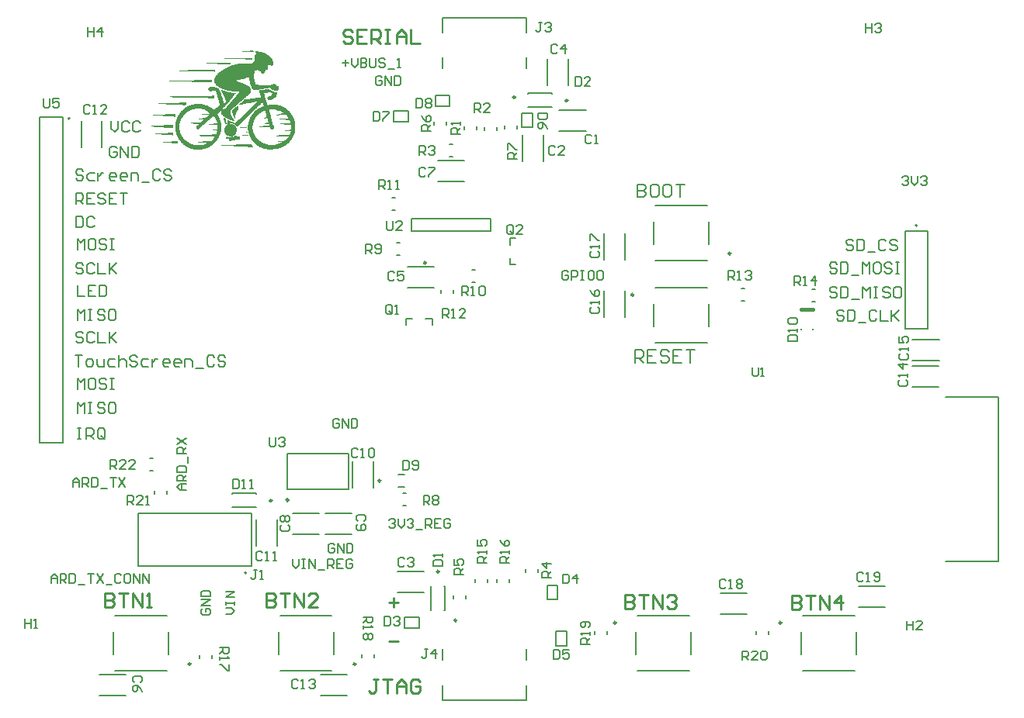
<source format=gto>
G04*
G04 #@! TF.GenerationSoftware,Altium Limited,Altium Designer,25.3.2 (17)*
G04*
G04 Layer_Color=65535*
%FSLAX25Y25*%
%MOIN*%
G70*
G04*
G04 #@! TF.SameCoordinates,ED342856-191B-4412-B6D1-68AB9B2CBA59*
G04*
G04*
G04 #@! TF.FilePolarity,Positive*
G04*
G01*
G75*
%ADD10C,0.00984*%
%ADD11C,0.00394*%
%ADD12C,0.00787*%
%ADD13C,0.00600*%
%ADD14C,0.00500*%
%ADD15C,0.01575*%
%ADD16C,0.01000*%
%ADD17C,0.00591*%
G36*
X103846Y280703D02*
X103944D01*
Y280410D01*
X103846D01*
Y280312D01*
X101792D01*
Y280410D01*
X99054D01*
Y280507D01*
X98076D01*
Y280605D01*
X98174D01*
Y280703D01*
X102379D01*
Y280801D01*
X103846D01*
Y280703D01*
D02*
G37*
G36*
X103357Y277671D02*
X103455D01*
Y277182D01*
X103357D01*
Y277084D01*
X103259D01*
Y276987D01*
X102966D01*
Y277084D01*
X100423D01*
Y277182D01*
X95533D01*
Y277280D01*
X92403D01*
Y277378D01*
X91523D01*
Y277476D01*
X91621D01*
Y277573D01*
X93088D01*
Y277671D01*
X99152D01*
Y277769D01*
X103357D01*
Y277671D01*
D02*
G37*
G36*
X94066Y275618D02*
X94262D01*
Y274933D01*
X91621D01*
Y275031D01*
X88296D01*
Y275129D01*
X83112D01*
Y275226D01*
X81939D01*
Y275324D01*
X82037D01*
Y275422D01*
X83699D01*
Y275520D01*
X88785D01*
Y275618D01*
X93088D01*
Y275715D01*
X93284D01*
Y275618D01*
X93577D01*
Y275715D01*
X94066D01*
Y275618D01*
D02*
G37*
G36*
X105998Y280410D02*
X106585D01*
Y280312D01*
X107073D01*
Y280214D01*
X107562D01*
Y280116D01*
X107856D01*
Y280018D01*
X108149D01*
Y279921D01*
X108345D01*
Y279823D01*
X108638D01*
Y279725D01*
X108834D01*
Y279627D01*
X109029D01*
Y279530D01*
X109323D01*
Y279432D01*
X109421D01*
Y279334D01*
X109616D01*
Y279236D01*
X109714D01*
Y279138D01*
X109910D01*
Y279041D01*
X110105D01*
Y278943D01*
X110203D01*
Y278845D01*
X110301D01*
Y278747D01*
X110399D01*
Y278649D01*
X110594D01*
Y278552D01*
X110692D01*
Y278454D01*
X110790D01*
Y278356D01*
X110888D01*
Y278258D01*
X110986D01*
Y278160D01*
X111181D01*
Y278063D01*
X111279D01*
Y277867D01*
X111377D01*
Y277769D01*
X111475D01*
Y277671D01*
X111572D01*
Y277573D01*
X111670D01*
Y277476D01*
X111768D01*
Y277378D01*
X111866D01*
Y277182D01*
X111963D01*
Y277084D01*
X112061D01*
Y276791D01*
X112159D01*
Y276595D01*
X112257D01*
Y276302D01*
X112355D01*
Y275911D01*
X112452D01*
Y274737D01*
X112355D01*
Y274542D01*
X112257D01*
Y274444D01*
X112159D01*
Y274346D01*
X111963D01*
Y274248D01*
X111377D01*
Y274346D01*
X111279D01*
Y274444D01*
X111181D01*
Y274542D01*
X110986D01*
Y274640D01*
X110790D01*
Y274737D01*
X110301D01*
Y274640D01*
X110203D01*
Y274542D01*
X110105D01*
Y274346D01*
X110008D01*
Y273466D01*
X110105D01*
Y273172D01*
X110203D01*
Y272781D01*
X110105D01*
Y272683D01*
X109910D01*
Y272586D01*
X109812D01*
Y272683D01*
X109323D01*
Y272586D01*
X109225D01*
Y272488D01*
X109127D01*
Y272097D01*
X109029D01*
Y271901D01*
X108932D01*
Y271608D01*
X108834D01*
Y271510D01*
X108736D01*
Y271314D01*
X108638D01*
Y271216D01*
X108540D01*
Y271119D01*
X108443D01*
Y271021D01*
X108345D01*
Y270923D01*
X108149D01*
Y270825D01*
X107856D01*
Y270923D01*
X107660D01*
Y271021D01*
X107562D01*
Y271119D01*
X107465D01*
Y271216D01*
X107367D01*
Y271314D01*
X107269D01*
Y271510D01*
X107171D01*
Y271608D01*
X107073D01*
Y271705D01*
X106976D01*
Y271803D01*
X106878D01*
Y271901D01*
X106780D01*
Y271999D01*
X106682D01*
Y272097D01*
X106487D01*
Y272194D01*
X106389D01*
Y272292D01*
X106193D01*
Y272390D01*
X105802D01*
Y272488D01*
X105313D01*
Y272390D01*
X104922D01*
Y272292D01*
X104726D01*
Y272194D01*
X104531D01*
Y271999D01*
X104433D01*
Y271608D01*
X104335D01*
Y270923D01*
X104237D01*
Y268674D01*
X104335D01*
Y267989D01*
X104433D01*
Y267696D01*
X104531D01*
Y267304D01*
X104629D01*
Y267011D01*
X104726D01*
Y266718D01*
X104824D01*
Y266522D01*
X104922D01*
Y266424D01*
X105020D01*
Y266326D01*
X105215D01*
Y266229D01*
X105606D01*
Y266131D01*
X106193D01*
Y266033D01*
X107660D01*
Y265935D01*
X108638D01*
Y266033D01*
X111279D01*
Y266131D01*
X111768D01*
Y266229D01*
X111963D01*
Y266326D01*
X112257D01*
Y266424D01*
X112550D01*
Y266522D01*
X113235D01*
Y266424D01*
X113528D01*
Y266326D01*
X113626D01*
Y266033D01*
X113724D01*
Y265837D01*
X113822D01*
Y265740D01*
X114115D01*
Y265642D01*
X114409D01*
Y265544D01*
X114604D01*
Y265446D01*
X114702D01*
Y265251D01*
X114800D01*
Y264175D01*
X114702D01*
Y264077D01*
X114604D01*
Y263979D01*
X114506D01*
Y263784D01*
X114311D01*
Y263686D01*
X114017D01*
Y263588D01*
X113039D01*
Y263686D01*
X112746D01*
Y263784D01*
X112452D01*
Y263881D01*
X112257D01*
Y263979D01*
X112061D01*
Y264077D01*
X111866D01*
Y264175D01*
X111768D01*
Y264273D01*
X111670D01*
Y264370D01*
X111572D01*
Y264468D01*
X111475D01*
Y264566D01*
X111377D01*
Y264664D01*
X111279D01*
Y264762D01*
X111181D01*
Y264859D01*
X110594D01*
Y264762D01*
X110008D01*
Y264664D01*
X109519D01*
Y264566D01*
X108932D01*
Y264468D01*
X108443D01*
Y264370D01*
X107660D01*
Y264273D01*
X106878D01*
Y264175D01*
X106291D01*
Y264077D01*
X105020D01*
Y263979D01*
X103748D01*
Y264077D01*
X103650D01*
Y264273D01*
X103553D01*
Y264370D01*
X103455D01*
Y264566D01*
X103357D01*
Y264762D01*
X103259D01*
Y264957D01*
X103162D01*
Y265153D01*
X103064D01*
Y265348D01*
X102966D01*
Y265544D01*
X102868D01*
Y265837D01*
X102770D01*
Y266033D01*
X102673D01*
Y266424D01*
X102575D01*
Y266620D01*
X102477D01*
Y266913D01*
X102379D01*
Y267304D01*
X102281D01*
Y267793D01*
X102183D01*
Y267989D01*
X102086D01*
Y268967D01*
X101988D01*
Y269358D01*
X101792D01*
Y269260D01*
X100912D01*
Y269163D01*
X100619D01*
Y269065D01*
X100423D01*
Y268967D01*
X100325D01*
Y268869D01*
X100130D01*
Y268771D01*
X100032D01*
Y268674D01*
X99934D01*
Y268576D01*
X99445D01*
Y268478D01*
X98467D01*
Y268380D01*
X97196D01*
Y268282D01*
X97000D01*
Y268185D01*
X96804D01*
Y268087D01*
X96707D01*
Y267696D01*
X96902D01*
Y267598D01*
X97000D01*
Y267500D01*
X97391D01*
Y267402D01*
X97685D01*
Y267304D01*
X98076D01*
Y267207D01*
X98271D01*
Y267109D01*
X98565D01*
Y267011D01*
X98858D01*
Y266913D01*
X99152D01*
Y266815D01*
X99445D01*
Y266718D01*
X99641D01*
Y266620D01*
X99934D01*
Y266522D01*
X100130D01*
Y266424D01*
X100423D01*
Y266326D01*
X100521D01*
Y266229D01*
X100814D01*
Y266131D01*
X100912D01*
Y266033D01*
X101108D01*
Y265935D01*
X101401D01*
Y265837D01*
X101499D01*
Y265740D01*
X101597D01*
Y265642D01*
X101792D01*
Y265544D01*
X101890D01*
Y265446D01*
X101988D01*
Y265348D01*
X102183D01*
Y265251D01*
X102281D01*
Y265055D01*
X102379D01*
Y264957D01*
X102477D01*
Y264859D01*
X102575D01*
Y264664D01*
X102673D01*
Y264468D01*
X102770D01*
Y264175D01*
X102868D01*
Y263099D01*
X102770D01*
Y262806D01*
X102673D01*
Y262610D01*
X102575D01*
Y262512D01*
X102477D01*
Y262414D01*
X102379D01*
Y262317D01*
X102281D01*
Y262219D01*
X102183D01*
Y262121D01*
X102086D01*
Y262023D01*
X101988D01*
Y261925D01*
X101792D01*
Y261827D01*
X101694D01*
Y261730D01*
X101597D01*
Y261632D01*
X101499D01*
Y261534D01*
X101401D01*
Y261436D01*
X101303D01*
Y261338D01*
X101108D01*
Y261241D01*
X101010D01*
Y261143D01*
X100912D01*
Y261045D01*
X100814D01*
Y260947D01*
X100716D01*
Y260849D01*
X100619D01*
Y260752D01*
X100521D01*
Y260654D01*
X100325D01*
Y260556D01*
X100227D01*
Y260458D01*
X100130D01*
Y260361D01*
X100032D01*
Y260263D01*
X99934D01*
Y260165D01*
X99836D01*
Y260067D01*
X99738D01*
Y259969D01*
X99641D01*
Y259872D01*
X99445D01*
Y259774D01*
X99347D01*
Y259676D01*
X99249D01*
Y259578D01*
X99152D01*
Y259480D01*
X99054D01*
Y259383D01*
X98956D01*
Y259285D01*
X98760D01*
Y259187D01*
X98663D01*
Y259089D01*
X98565D01*
Y258991D01*
X98467D01*
Y258893D01*
X98369D01*
Y258796D01*
X98271D01*
Y258698D01*
X98076D01*
Y258600D01*
X97978D01*
Y258502D01*
X97880D01*
Y258404D01*
X97782D01*
Y258307D01*
X97685D01*
Y258209D01*
X97587D01*
Y258111D01*
X97489D01*
Y258013D01*
X97293D01*
Y257915D01*
X97196D01*
Y257818D01*
X97098D01*
Y257720D01*
X97000D01*
Y257622D01*
X96902D01*
Y257524D01*
X96804D01*
Y257427D01*
X96609D01*
Y257329D01*
X96511D01*
Y257231D01*
X96413D01*
Y257133D01*
X96315D01*
Y257035D01*
X96218D01*
Y256938D01*
X96120D01*
Y256840D01*
X96022D01*
Y256742D01*
X95924D01*
Y256644D01*
X95729D01*
Y256546D01*
X95631D01*
Y256449D01*
X95533D01*
Y256351D01*
X95435D01*
Y256253D01*
X95337D01*
Y256155D01*
X95240D01*
Y256057D01*
X95142D01*
Y255960D01*
X95044D01*
Y255862D01*
X94848D01*
Y255764D01*
X94751D01*
Y255666D01*
X94653D01*
Y255568D01*
X94555D01*
Y255470D01*
X94457D01*
Y255373D01*
X94359D01*
Y255275D01*
X94262D01*
Y255177D01*
X94164D01*
Y254786D01*
X94066D01*
Y253710D01*
X94164D01*
Y253417D01*
X94262D01*
Y253123D01*
X94359D01*
Y252830D01*
X94457D01*
Y252732D01*
X94555D01*
Y252537D01*
X94653D01*
Y252341D01*
X94751D01*
Y252145D01*
X94848D01*
Y252047D01*
X94946D01*
Y251950D01*
X95044D01*
Y251754D01*
X95142D01*
Y251558D01*
X95240D01*
Y251461D01*
X95337D01*
Y251363D01*
X95435D01*
Y251265D01*
X95533D01*
Y251069D01*
X95631D01*
Y250972D01*
X95729D01*
Y250776D01*
X95826D01*
Y250483D01*
X95240D01*
Y250580D01*
X94946D01*
Y250678D01*
X94653D01*
Y250776D01*
X94359D01*
Y250874D01*
X94164D01*
Y250972D01*
X93870D01*
Y251069D01*
X93675D01*
Y251167D01*
X93479D01*
Y251265D01*
X93284D01*
Y251363D01*
X93088D01*
Y251461D01*
X92892D01*
Y251558D01*
X92697D01*
Y251656D01*
X92501D01*
Y251754D01*
X92403D01*
Y251852D01*
X92208D01*
Y251950D01*
X92012D01*
Y252047D01*
X91914D01*
Y252145D01*
X91817D01*
Y252243D01*
X91621D01*
Y252341D01*
X91523D01*
Y252439D01*
X91328D01*
Y252537D01*
X91230D01*
Y252634D01*
X91132D01*
Y252732D01*
X90936D01*
Y252830D01*
X90838D01*
Y252928D01*
X90741D01*
Y253026D01*
X90643D01*
Y253123D01*
X90545D01*
Y253221D01*
X90447D01*
Y253319D01*
X90350D01*
Y253417D01*
X90252D01*
Y253515D01*
X90154D01*
Y253612D01*
X90056D01*
Y253710D01*
X89958D01*
Y253906D01*
X89860D01*
Y254101D01*
X89958D01*
Y254688D01*
X90056D01*
Y254981D01*
X89860D01*
Y254884D01*
X89763D01*
Y254786D01*
X89665D01*
Y254688D01*
X89567D01*
Y254590D01*
X89469D01*
Y254492D01*
X89372D01*
Y254297D01*
X89274D01*
Y254199D01*
X89176D01*
Y254101D01*
X89078D01*
Y254004D01*
X88980D01*
Y253906D01*
X88882D01*
Y253808D01*
X88785D01*
Y253710D01*
X88687D01*
Y253612D01*
X88589D01*
Y253221D01*
X88687D01*
Y253026D01*
X88785D01*
Y252830D01*
X88882D01*
Y252732D01*
X88980D01*
Y252537D01*
X89078D01*
Y252341D01*
X89176D01*
Y252145D01*
X89274D01*
Y251950D01*
X89372D01*
Y251656D01*
X89469D01*
Y251363D01*
X89567D01*
Y251069D01*
X89665D01*
Y250874D01*
X89763D01*
Y250483D01*
X89860D01*
Y250091D01*
X89958D01*
Y249602D01*
X90056D01*
Y248527D01*
X90154D01*
Y247744D01*
X90056D01*
Y246668D01*
X89958D01*
Y246082D01*
X89860D01*
Y245690D01*
X89763D01*
Y245299D01*
X89665D01*
Y245006D01*
X89567D01*
Y244712D01*
X89469D01*
Y244517D01*
X89372D01*
Y244223D01*
X89274D01*
Y244028D01*
X89176D01*
Y243832D01*
X89078D01*
Y243539D01*
X88980D01*
Y243343D01*
X88882D01*
Y243245D01*
X88785D01*
Y243050D01*
X88687D01*
Y242854D01*
X88589D01*
Y242756D01*
X88491D01*
Y242561D01*
X88393D01*
Y242463D01*
X88296D01*
Y242365D01*
X88198D01*
Y242170D01*
X88100D01*
Y242072D01*
X88002D01*
Y241876D01*
X87905D01*
Y241778D01*
X87807D01*
Y241681D01*
X87709D01*
Y241583D01*
X87611D01*
Y241485D01*
X87513D01*
Y241387D01*
X87415D01*
Y241289D01*
X87318D01*
Y241192D01*
X87220D01*
Y241094D01*
X87122D01*
Y240996D01*
X87024D01*
Y240898D01*
X86927D01*
Y240800D01*
X86829D01*
Y240703D01*
X86731D01*
Y240605D01*
X86633D01*
Y240507D01*
X86535D01*
Y240409D01*
X86437D01*
Y240311D01*
X86242D01*
Y240213D01*
X86144D01*
Y240116D01*
X86046D01*
Y240018D01*
X85851D01*
Y239920D01*
X85753D01*
Y239822D01*
X85557D01*
Y239724D01*
X85460D01*
Y239627D01*
X85264D01*
Y239529D01*
X85068D01*
Y239431D01*
X84970D01*
Y239333D01*
X84775D01*
Y239235D01*
X84482D01*
Y239138D01*
X84286D01*
Y239040D01*
X84090D01*
Y238942D01*
X83797D01*
Y238844D01*
X83601D01*
Y238747D01*
X83308D01*
Y238649D01*
X83015D01*
Y238551D01*
X82623D01*
Y238453D01*
X82134D01*
Y238355D01*
X81743D01*
Y238258D01*
X78711D01*
Y238355D01*
X78222D01*
Y238453D01*
X77733D01*
Y238551D01*
X77440D01*
Y238649D01*
X77146D01*
Y238747D01*
X76853D01*
Y238844D01*
X76560D01*
Y238942D01*
X76364D01*
Y239040D01*
X76071D01*
Y239138D01*
X75875D01*
Y239235D01*
X75679D01*
Y239333D01*
X75582D01*
Y239431D01*
X75386D01*
Y239529D01*
X75190D01*
Y239627D01*
X74995D01*
Y239724D01*
X74897D01*
Y239822D01*
X74701D01*
Y239920D01*
X74604D01*
Y240018D01*
X74408D01*
Y240116D01*
X74310D01*
Y240213D01*
X74212D01*
Y240311D01*
X74115D01*
Y240409D01*
X73919D01*
Y240507D01*
X73821D01*
Y240605D01*
X73723D01*
Y240703D01*
X73626D01*
Y240800D01*
X73528D01*
Y240898D01*
X73430D01*
Y240996D01*
X73332D01*
Y241094D01*
X73234D01*
Y241192D01*
X73137D01*
Y241289D01*
X73039D01*
Y241387D01*
X72941D01*
Y241485D01*
X72843D01*
Y241583D01*
X72745D01*
Y241681D01*
X72648D01*
Y241778D01*
X72550D01*
Y241974D01*
X72452D01*
Y242072D01*
X72354D01*
Y242170D01*
X72256D01*
Y242365D01*
X72159D01*
Y242463D01*
X72061D01*
Y242561D01*
X71963D01*
Y242756D01*
X71865D01*
Y242952D01*
X71767D01*
Y243050D01*
X71670D01*
Y243245D01*
X71572D01*
Y243441D01*
X71474D01*
Y243539D01*
X71376D01*
Y243832D01*
X71278D01*
Y244028D01*
X71181D01*
Y244223D01*
X71083D01*
Y244517D01*
X70985D01*
Y244712D01*
X70887D01*
Y245006D01*
X70789D01*
Y245299D01*
X70692D01*
Y245788D01*
X70594D01*
Y246277D01*
X70496D01*
Y246864D01*
X70398D01*
Y249211D01*
X70496D01*
Y249896D01*
X70594D01*
Y250385D01*
X70692D01*
Y250874D01*
X70789D01*
Y251069D01*
X70887D01*
Y251363D01*
X70985D01*
Y251656D01*
X71083D01*
Y251852D01*
X71181D01*
Y252145D01*
X71278D01*
Y252341D01*
X71376D01*
Y252537D01*
X71474D01*
Y252732D01*
X71572D01*
Y252928D01*
X71670D01*
Y253026D01*
X71767D01*
Y253221D01*
X71865D01*
Y253417D01*
X71963D01*
Y253515D01*
X72061D01*
Y253710D01*
X72159D01*
Y253808D01*
X72256D01*
Y253906D01*
X72354D01*
Y254101D01*
X72452D01*
Y254199D01*
X72550D01*
Y254297D01*
X72648D01*
Y254395D01*
X72745D01*
Y254590D01*
X72843D01*
Y254688D01*
X72941D01*
Y254786D01*
X73039D01*
Y254884D01*
X73137D01*
Y254981D01*
X73234D01*
Y255079D01*
X73332D01*
Y255177D01*
X73430D01*
Y255275D01*
X73528D01*
Y255373D01*
X73626D01*
Y255470D01*
X73723D01*
Y255568D01*
X73821D01*
Y255666D01*
X74017D01*
Y255764D01*
X74115D01*
Y255862D01*
X74212D01*
Y255960D01*
X74408D01*
Y256057D01*
X74506D01*
Y256155D01*
X74604D01*
Y256253D01*
X74799D01*
Y256351D01*
X74897D01*
Y256449D01*
X75093D01*
Y256546D01*
X75288D01*
Y256644D01*
X75484D01*
Y256742D01*
X75582D01*
Y256840D01*
X75777D01*
Y256938D01*
X76071D01*
Y257035D01*
X76168D01*
Y257133D01*
X76364D01*
Y257231D01*
X76657D01*
Y257329D01*
X76951D01*
Y257427D01*
X77244D01*
Y257524D01*
X77538D01*
Y257622D01*
X78027D01*
Y257720D01*
X78418D01*
Y257818D01*
X79005D01*
Y257915D01*
X81254D01*
Y257818D01*
X82037D01*
Y257720D01*
X82428D01*
Y257622D01*
X82917D01*
Y257524D01*
X83210D01*
Y257427D01*
X83504D01*
Y257329D01*
X83699D01*
Y257231D01*
X83992D01*
Y257133D01*
X84286D01*
Y257035D01*
X84482D01*
Y256938D01*
X84579D01*
Y256840D01*
X84873D01*
Y256742D01*
X84970D01*
Y256644D01*
X85166D01*
Y256546D01*
X85362D01*
Y256449D01*
X85557D01*
Y256351D01*
X85655D01*
Y256253D01*
X85851D01*
Y256155D01*
X85948D01*
Y256057D01*
X86046D01*
Y255960D01*
X86242D01*
Y255862D01*
X86340D01*
Y255764D01*
X86437D01*
Y255666D01*
X86535D01*
Y255568D01*
X86731D01*
Y255470D01*
X87122D01*
Y255568D01*
X87220D01*
Y255666D01*
X87318D01*
Y255764D01*
X87513D01*
Y255862D01*
X87611D01*
Y255960D01*
X87807D01*
Y256057D01*
X87905D01*
Y256155D01*
X88002D01*
Y256253D01*
X88198D01*
Y256351D01*
X88296D01*
Y256449D01*
X88393D01*
Y256546D01*
X88491D01*
Y256644D01*
X88687D01*
Y256742D01*
X88785D01*
Y256840D01*
X88882D01*
Y256938D01*
X88980D01*
Y257035D01*
X89176D01*
Y257133D01*
X89274D01*
Y257231D01*
X89372D01*
Y257329D01*
X89469D01*
Y257915D01*
X89372D01*
Y258404D01*
X89274D01*
Y258600D01*
X89176D01*
Y258991D01*
X89078D01*
Y259285D01*
X88980D01*
Y259676D01*
X88882D01*
Y259969D01*
X88785D01*
Y260361D01*
X88687D01*
Y260752D01*
X88589D01*
Y260947D01*
X88491D01*
Y261338D01*
X88393D01*
Y261730D01*
X88296D01*
Y262023D01*
X88198D01*
Y262414D01*
X88100D01*
Y262806D01*
X88002D01*
Y263001D01*
X87905D01*
Y263197D01*
X87807D01*
Y263392D01*
X87709D01*
Y263490D01*
X87513D01*
Y263588D01*
X87122D01*
Y263490D01*
X86242D01*
Y263392D01*
X85068D01*
Y263490D01*
X84970D01*
Y263588D01*
X84775D01*
Y263686D01*
X84677D01*
Y263881D01*
X84579D01*
Y264077D01*
X84482D01*
Y264468D01*
X84579D01*
Y264762D01*
X84677D01*
Y264859D01*
X84775D01*
Y264957D01*
X84873D01*
Y265055D01*
X84970D01*
Y265153D01*
X85851D01*
Y265251D01*
X86731D01*
Y265153D01*
X87415D01*
Y265055D01*
X87905D01*
Y264957D01*
X88198D01*
Y264859D01*
X88393D01*
Y264762D01*
X88687D01*
Y264664D01*
X88785D01*
Y264566D01*
X88980D01*
Y264468D01*
X89078D01*
Y264370D01*
X89176D01*
Y264175D01*
X89274D01*
Y264077D01*
X89372D01*
Y263784D01*
X89469D01*
Y263588D01*
X89567D01*
Y263295D01*
X89665D01*
Y263099D01*
X89763D01*
Y262806D01*
X89860D01*
Y262512D01*
X89958D01*
Y262219D01*
X90056D01*
Y262023D01*
X90154D01*
Y261730D01*
X90252D01*
Y261436D01*
X90350D01*
Y261045D01*
X90447D01*
Y260849D01*
X90545D01*
Y260458D01*
X90643D01*
Y260165D01*
X90741D01*
Y259872D01*
X90838D01*
Y259578D01*
X90936D01*
Y259285D01*
X91034D01*
Y258893D01*
X91132D01*
Y258600D01*
X91230D01*
Y258307D01*
X91621D01*
Y258404D01*
X91719D01*
Y258502D01*
X91914D01*
Y258600D01*
X92012D01*
Y258698D01*
X92110D01*
Y258796D01*
X92208D01*
Y259187D01*
X92110D01*
Y259383D01*
X92012D01*
Y259578D01*
X91914D01*
Y259774D01*
X91817D01*
Y259969D01*
X91719D01*
Y260263D01*
X91621D01*
Y260458D01*
X91523D01*
Y260752D01*
X91425D01*
Y260947D01*
X91328D01*
Y261143D01*
X91230D01*
Y261338D01*
X91132D01*
Y261632D01*
X91034D01*
Y261827D01*
X90936D01*
Y262121D01*
X90838D01*
Y262317D01*
X90741D01*
Y262512D01*
X90643D01*
Y262708D01*
X90545D01*
Y263001D01*
X90447D01*
Y263197D01*
X90350D01*
Y263392D01*
X90252D01*
Y263686D01*
X90154D01*
Y263784D01*
X90056D01*
Y263979D01*
X90154D01*
Y264077D01*
X90350D01*
Y263979D01*
X90545D01*
Y263881D01*
X90741D01*
Y263784D01*
X90936D01*
Y263686D01*
X91230D01*
Y263588D01*
X91425D01*
Y263490D01*
X91719D01*
Y263392D01*
X92012D01*
Y263295D01*
X92306D01*
Y263197D01*
X92697D01*
Y263099D01*
X93186D01*
Y263001D01*
X93479D01*
Y262903D01*
X94262D01*
Y262806D01*
X94555D01*
Y262708D01*
X96120D01*
Y262610D01*
X96218D01*
Y262512D01*
X96315D01*
Y262414D01*
X96218D01*
Y262219D01*
X96022D01*
Y262121D01*
X95924D01*
Y261925D01*
X95826D01*
Y261827D01*
X95729D01*
Y261730D01*
X95631D01*
Y261534D01*
X95533D01*
Y261436D01*
X95435D01*
Y261338D01*
X95337D01*
Y261241D01*
X95240D01*
Y261045D01*
X95142D01*
Y260947D01*
X95044D01*
Y260849D01*
X94946D01*
Y260752D01*
X94848D01*
Y260654D01*
X94751D01*
Y260556D01*
X94653D01*
Y260361D01*
X94555D01*
Y260263D01*
X94457D01*
Y260165D01*
X94359D01*
Y259969D01*
X94262D01*
Y259872D01*
X94164D01*
Y259774D01*
X94066D01*
Y259578D01*
X93968D01*
Y259480D01*
X93870D01*
Y259383D01*
X93773D01*
Y259285D01*
X93675D01*
Y259089D01*
X93577D01*
Y258991D01*
X93479D01*
Y258893D01*
X93381D01*
Y258796D01*
X93284D01*
Y258698D01*
X93186D01*
Y258502D01*
X93088D01*
Y258404D01*
X92990D01*
Y258307D01*
X92892D01*
Y258209D01*
X92795D01*
Y258111D01*
X92697D01*
Y258013D01*
X92599D01*
Y257818D01*
X92501D01*
Y257720D01*
X92403D01*
Y257622D01*
X92306D01*
Y257524D01*
X92208D01*
Y257427D01*
X92110D01*
Y257329D01*
X92012D01*
Y257231D01*
X91914D01*
Y257133D01*
X91817D01*
Y256938D01*
X91719D01*
Y256840D01*
X91621D01*
Y256742D01*
X91523D01*
Y256644D01*
X91425D01*
Y256546D01*
X91230D01*
Y256351D01*
X91132D01*
Y256253D01*
X91034D01*
Y256155D01*
X90936D01*
Y256057D01*
X90838D01*
Y255960D01*
X90741D01*
Y255862D01*
X90643D01*
Y255666D01*
X91034D01*
Y255764D01*
X91328D01*
Y255862D01*
X91914D01*
Y255960D01*
X92012D01*
Y256155D01*
X92110D01*
Y256253D01*
X92208D01*
Y256351D01*
X92306D01*
Y256449D01*
X92403D01*
Y256546D01*
X92501D01*
Y256742D01*
X92599D01*
Y256840D01*
X92697D01*
Y256938D01*
X92795D01*
Y257035D01*
X92892D01*
Y257133D01*
X92990D01*
Y257231D01*
X93088D01*
Y257427D01*
X93186D01*
Y257524D01*
X93284D01*
Y257622D01*
X93381D01*
Y257720D01*
X93479D01*
Y257818D01*
X93577D01*
Y258013D01*
X93675D01*
Y258111D01*
X93773D01*
Y258209D01*
X93870D01*
Y258307D01*
X93968D01*
Y258404D01*
X94066D01*
Y258502D01*
X94164D01*
Y258600D01*
X94262D01*
Y258796D01*
X94359D01*
Y258893D01*
X94457D01*
Y258991D01*
X94555D01*
Y259089D01*
X94653D01*
Y259187D01*
X94751D01*
Y259383D01*
X94848D01*
Y259480D01*
X94946D01*
Y259578D01*
X95044D01*
Y259676D01*
X95142D01*
Y259774D01*
X95240D01*
Y259872D01*
X95337D01*
Y260067D01*
X95435D01*
Y260165D01*
X95533D01*
Y260263D01*
X95631D01*
Y260361D01*
X95729D01*
Y260458D01*
X95826D01*
Y260556D01*
X95924D01*
Y260752D01*
X96022D01*
Y260849D01*
X96120D01*
Y260947D01*
X96218D01*
Y261045D01*
X96315D01*
Y261143D01*
X96413D01*
Y261241D01*
X96511D01*
Y261436D01*
X96609D01*
Y261534D01*
X96707D01*
Y261632D01*
X96804D01*
Y261730D01*
X96902D01*
Y261827D01*
X97000D01*
Y262023D01*
X97098D01*
Y262121D01*
X97196D01*
Y262219D01*
X97293D01*
Y262317D01*
X97391D01*
Y262414D01*
X97489D01*
Y262610D01*
X97587D01*
Y262708D01*
X97685D01*
Y262903D01*
X97782D01*
Y263001D01*
X97685D01*
Y263197D01*
X97587D01*
Y263295D01*
X96218D01*
Y263392D01*
X94457D01*
Y263490D01*
X93773D01*
Y263588D01*
X93186D01*
Y263686D01*
X92599D01*
Y263784D01*
X92306D01*
Y263881D01*
X91914D01*
Y263979D01*
X91621D01*
Y264077D01*
X91328D01*
Y264175D01*
X91034D01*
Y264273D01*
X90741D01*
Y264370D01*
X90545D01*
Y264468D01*
X90252D01*
Y264566D01*
X90056D01*
Y264664D01*
X89860D01*
Y264762D01*
X89665D01*
Y264859D01*
X89469D01*
Y264957D01*
X89274D01*
Y265055D01*
X89176D01*
Y265153D01*
X88980D01*
Y265251D01*
X88785D01*
Y265348D01*
X88687D01*
Y265446D01*
X88589D01*
Y265544D01*
X88393D01*
Y265642D01*
X88296D01*
Y265740D01*
X88198D01*
Y265837D01*
X88100D01*
Y265935D01*
X87905D01*
Y266033D01*
X87807D01*
Y266229D01*
X87709D01*
Y266326D01*
X87611D01*
Y266522D01*
X87513D01*
Y266620D01*
X87415D01*
Y266815D01*
X87318D01*
Y267011D01*
X87220D01*
Y267304D01*
X87122D01*
Y267891D01*
X87024D01*
Y268185D01*
X87122D01*
Y268771D01*
X87220D01*
Y269065D01*
X87318D01*
Y269260D01*
X87415D01*
Y269456D01*
X87513D01*
Y269652D01*
X87611D01*
Y269749D01*
X87709D01*
Y269847D01*
X87807D01*
Y270043D01*
X87905D01*
Y270141D01*
X88002D01*
Y270238D01*
X88100D01*
Y270336D01*
X88198D01*
Y270434D01*
X88296D01*
Y270532D01*
X88393D01*
Y270630D01*
X88491D01*
Y270727D01*
X88589D01*
Y270825D01*
X88687D01*
Y270923D01*
X88785D01*
Y271021D01*
X88882D01*
Y271119D01*
X88980D01*
Y271216D01*
X89078D01*
Y271314D01*
X89176D01*
Y271412D01*
X89274D01*
Y271510D01*
X89469D01*
Y271608D01*
X89567D01*
Y271705D01*
X89763D01*
Y271803D01*
X89860D01*
Y271901D01*
X89958D01*
Y271999D01*
X90154D01*
Y272097D01*
X90252D01*
Y272194D01*
X90350D01*
Y272292D01*
X90545D01*
Y272390D01*
X90643D01*
Y272488D01*
X90741D01*
Y272586D01*
X90936D01*
Y272683D01*
X91132D01*
Y272781D01*
X91230D01*
Y272879D01*
X91425D01*
Y272977D01*
X91523D01*
Y273075D01*
X91719D01*
Y273172D01*
X91914D01*
Y273270D01*
X92110D01*
Y273368D01*
X92306D01*
Y273466D01*
X92501D01*
Y273564D01*
X92697D01*
Y273661D01*
X92892D01*
Y273759D01*
X93088D01*
Y273857D01*
X93284D01*
Y273955D01*
X93479D01*
Y274053D01*
X93773D01*
Y274150D01*
X94066D01*
Y274248D01*
X94262D01*
Y274346D01*
X94457D01*
Y274444D01*
X94848D01*
Y274542D01*
X95142D01*
Y274640D01*
X95533D01*
Y274737D01*
X95826D01*
Y274835D01*
X96218D01*
Y274933D01*
X96707D01*
Y275031D01*
X97098D01*
Y275129D01*
X97782D01*
Y275226D01*
X98565D01*
Y275324D01*
X102966D01*
Y275422D01*
X103357D01*
Y275520D01*
X103553D01*
Y275618D01*
X103748D01*
Y275715D01*
X103846D01*
Y275813D01*
X103944D01*
Y275911D01*
X104042D01*
Y276009D01*
X104139D01*
Y276107D01*
X104237D01*
Y276302D01*
X104335D01*
Y276595D01*
X104433D01*
Y276987D01*
X104335D01*
Y278552D01*
X104433D01*
Y278747D01*
X104531D01*
Y278943D01*
X104629D01*
Y279041D01*
X104824D01*
Y279138D01*
X105020D01*
Y279236D01*
X105117D01*
Y279334D01*
X105215D01*
Y279627D01*
X105117D01*
Y279823D01*
X105020D01*
Y279921D01*
X104922D01*
Y280116D01*
X104824D01*
Y280214D01*
X104726D01*
Y280312D01*
X104629D01*
Y280410D01*
X104726D01*
Y280507D01*
X105998D01*
Y280410D01*
D02*
G37*
G36*
X87415Y271803D02*
X87318D01*
Y271705D01*
X87024D01*
Y271803D01*
X83112D01*
Y271901D01*
X79396D01*
Y271999D01*
X75582D01*
Y272097D01*
X72256D01*
Y272194D01*
X71865D01*
Y272292D01*
X73430D01*
Y272390D01*
X75679D01*
Y272488D01*
X81841D01*
Y272586D01*
X85068D01*
Y272683D01*
X87415D01*
Y271803D01*
D02*
G37*
G36*
X86046Y267304D02*
X85948D01*
Y267207D01*
X84775D01*
Y267304D01*
X81156D01*
Y267402D01*
X77440D01*
Y267500D01*
X73723D01*
Y267598D01*
X69322D01*
Y267696D01*
X67757D01*
Y267793D01*
X67953D01*
Y267891D01*
X69420D01*
Y267989D01*
X73821D01*
Y268087D01*
X78418D01*
Y268185D01*
X82917D01*
Y268282D01*
X86046D01*
Y267304D01*
D02*
G37*
G36*
X87122Y261436D02*
X87220D01*
Y260947D01*
X87122D01*
Y260361D01*
X84482D01*
Y260458D01*
X81352D01*
Y260556D01*
X76853D01*
Y260654D01*
X74212D01*
Y260752D01*
X69029D01*
Y260849D01*
X66877D01*
Y260947D01*
X66780D01*
Y261045D01*
X68247D01*
Y261143D01*
X71963D01*
Y261241D01*
X72159D01*
Y261143D01*
X72256D01*
Y261241D01*
X77342D01*
Y261338D01*
X81156D01*
Y261436D01*
X85948D01*
Y261534D01*
X87122D01*
Y261436D01*
D02*
G37*
G36*
X110692Y264273D02*
X110790D01*
Y264175D01*
X110888D01*
Y264077D01*
X111083D01*
Y263979D01*
X111181D01*
Y263881D01*
X111279D01*
Y263784D01*
X111377D01*
Y263686D01*
X111572D01*
Y263588D01*
X111768D01*
Y263490D01*
X111963D01*
Y263392D01*
X112159D01*
Y263295D01*
X112550D01*
Y263197D01*
X112942D01*
Y263099D01*
X114017D01*
Y263001D01*
X114115D01*
Y262317D01*
X114017D01*
Y261925D01*
X113920D01*
Y261632D01*
X113822D01*
Y261436D01*
X113724D01*
Y261241D01*
X113626D01*
Y261045D01*
X113528D01*
Y260947D01*
X113431D01*
Y260752D01*
X113235D01*
Y260654D01*
X113137D01*
Y260458D01*
X112942D01*
Y260361D01*
X112844D01*
Y260263D01*
X112746D01*
Y260165D01*
X112550D01*
Y260067D01*
X112355D01*
Y259969D01*
X112159D01*
Y259872D01*
X111963D01*
Y259774D01*
X111768D01*
Y259676D01*
X111475D01*
Y259578D01*
X111181D01*
Y259480D01*
X110496D01*
Y259578D01*
X110301D01*
Y259676D01*
X110203D01*
Y259774D01*
X110105D01*
Y259872D01*
X110008D01*
Y260165D01*
X109910D01*
Y260654D01*
X110008D01*
Y260849D01*
X110105D01*
Y260947D01*
X110301D01*
Y261045D01*
X110594D01*
Y261143D01*
X110790D01*
Y261241D01*
X110986D01*
Y261338D01*
X111181D01*
Y261436D01*
X111279D01*
Y261534D01*
X111377D01*
Y261632D01*
X111475D01*
Y261730D01*
X111670D01*
Y261827D01*
X111768D01*
Y262023D01*
X111866D01*
Y262121D01*
X111963D01*
Y262219D01*
X112061D01*
Y262414D01*
X111963D01*
Y262512D01*
X111866D01*
Y262610D01*
X111768D01*
Y262708D01*
X111572D01*
Y262806D01*
X111377D01*
Y262903D01*
X110692D01*
Y262806D01*
X110105D01*
Y262708D01*
X109323D01*
Y262610D01*
X108638D01*
Y262512D01*
X108540D01*
Y262121D01*
X108638D01*
Y261730D01*
X108736D01*
Y261436D01*
X108834D01*
Y261045D01*
X108932D01*
Y260654D01*
X109029D01*
Y260361D01*
X109127D01*
Y259872D01*
X109225D01*
Y259676D01*
X109323D01*
Y259285D01*
X109421D01*
Y258893D01*
X109519D01*
Y258698D01*
X109616D01*
Y258307D01*
X109714D01*
Y257818D01*
X109812D01*
Y257622D01*
X109910D01*
Y257524D01*
X110008D01*
Y257427D01*
X110301D01*
Y257524D01*
X110986D01*
Y257622D01*
X111768D01*
Y257720D01*
X113039D01*
Y257622D01*
X113822D01*
Y257524D01*
X114311D01*
Y257427D01*
X114800D01*
Y257329D01*
X115093D01*
Y257231D01*
X115387D01*
Y257133D01*
X115680D01*
Y257035D01*
X115876D01*
Y256938D01*
X116169D01*
Y256840D01*
X116365D01*
Y256742D01*
X116560D01*
Y256644D01*
X116756D01*
Y256546D01*
X116951D01*
Y256449D01*
X117147D01*
Y256351D01*
X117343D01*
Y256253D01*
X117440D01*
Y256155D01*
X117636D01*
Y256057D01*
X117832D01*
Y255960D01*
X117929D01*
Y255862D01*
X118027D01*
Y255764D01*
X118223D01*
Y255666D01*
X118321D01*
Y255568D01*
X118418D01*
Y255470D01*
X118516D01*
Y255373D01*
X118712D01*
Y255275D01*
X118810D01*
Y255079D01*
X119005D01*
Y254981D01*
X119103D01*
Y254884D01*
X119201D01*
Y254786D01*
X119299D01*
Y254688D01*
X119396D01*
Y254590D01*
X119494D01*
Y254395D01*
X119592D01*
Y254297D01*
X119690D01*
Y254199D01*
X119788D01*
Y254101D01*
X119885D01*
Y254004D01*
X119983D01*
Y253808D01*
X120081D01*
Y253710D01*
X120179D01*
Y253612D01*
X120277D01*
Y253417D01*
X120374D01*
Y253319D01*
X120472D01*
Y253123D01*
X120570D01*
Y252928D01*
X120668D01*
Y252732D01*
X120766D01*
Y252634D01*
X120863D01*
Y252439D01*
X120961D01*
Y252243D01*
X121059D01*
Y251950D01*
X121157D01*
Y251754D01*
X121255D01*
Y251558D01*
X121352D01*
Y251265D01*
X121450D01*
Y250972D01*
X121548D01*
Y250678D01*
X121646D01*
Y250189D01*
X121744D01*
Y249798D01*
X121841D01*
Y249113D01*
X121939D01*
Y247157D01*
X121841D01*
Y246375D01*
X121744D01*
Y245984D01*
X121646D01*
Y245397D01*
X121548D01*
Y245201D01*
X121450D01*
Y244908D01*
X121352D01*
Y244615D01*
X121255D01*
Y244419D01*
X121157D01*
Y244223D01*
X121059D01*
Y243930D01*
X120961D01*
Y243832D01*
X120863D01*
Y243539D01*
X120766D01*
Y243441D01*
X120668D01*
Y243245D01*
X120570D01*
Y243050D01*
X120472D01*
Y242854D01*
X120374D01*
Y242756D01*
X120277D01*
Y242561D01*
X120179D01*
Y242463D01*
X120081D01*
Y242365D01*
X119983D01*
Y242170D01*
X119885D01*
Y242072D01*
X119788D01*
Y241974D01*
X119690D01*
Y241876D01*
X119592D01*
Y241681D01*
X119494D01*
Y241583D01*
X119396D01*
Y241485D01*
X119299D01*
Y241387D01*
X119201D01*
Y241289D01*
X119103D01*
Y241192D01*
X119005D01*
Y241094D01*
X118907D01*
Y240996D01*
X118810D01*
Y240898D01*
X118712D01*
Y240800D01*
X118516D01*
Y240703D01*
X118418D01*
Y240605D01*
X118321D01*
Y240507D01*
X118223D01*
Y240409D01*
X118027D01*
Y240311D01*
X117929D01*
Y240213D01*
X117832D01*
Y240116D01*
X117636D01*
Y240018D01*
X117440D01*
Y239920D01*
X117343D01*
Y239822D01*
X117147D01*
Y239724D01*
X116951D01*
Y239627D01*
X116756D01*
Y239529D01*
X116560D01*
Y239431D01*
X116365D01*
Y239333D01*
X116169D01*
Y239235D01*
X115876D01*
Y239138D01*
X115680D01*
Y239040D01*
X115387D01*
Y238942D01*
X115093D01*
Y238844D01*
X114800D01*
Y238747D01*
X114311D01*
Y238649D01*
X113822D01*
Y238551D01*
X113137D01*
Y238453D01*
X112355D01*
Y238355D01*
X111670D01*
Y238258D01*
X110594D01*
Y238355D01*
X109812D01*
Y238453D01*
X109225D01*
Y238551D01*
X108834D01*
Y238649D01*
X108443D01*
Y238747D01*
X108149D01*
Y238844D01*
X107856D01*
Y238942D01*
X107562D01*
Y239040D01*
X107367D01*
Y239138D01*
X107171D01*
Y239235D01*
X106976D01*
Y239333D01*
X106682D01*
Y239431D01*
X106585D01*
Y239529D01*
X106389D01*
Y239627D01*
X106193D01*
Y239724D01*
X105998D01*
Y239822D01*
X105900D01*
Y239920D01*
X105704D01*
Y240018D01*
X105606D01*
Y240116D01*
X105411D01*
Y240213D01*
X105313D01*
Y240311D01*
X105215D01*
Y240409D01*
X105117D01*
Y240507D01*
X104922D01*
Y240605D01*
X104824D01*
Y240703D01*
X104726D01*
Y240800D01*
X104629D01*
Y240898D01*
X104531D01*
Y240996D01*
X104433D01*
Y241094D01*
X104335D01*
Y241192D01*
X104237D01*
Y241289D01*
X104139D01*
Y241387D01*
X104042D01*
Y241485D01*
X103944D01*
Y241583D01*
X103846D01*
Y241681D01*
X103748D01*
Y241876D01*
X103650D01*
Y241974D01*
X103553D01*
Y242072D01*
X103455D01*
Y242267D01*
X103357D01*
Y242365D01*
X103259D01*
Y242561D01*
X103162D01*
Y242659D01*
X103064D01*
Y242854D01*
X102966D01*
Y242952D01*
X102868D01*
Y243148D01*
X102770D01*
Y243343D01*
X102673D01*
Y243441D01*
X102575D01*
Y243734D01*
X102477D01*
Y243930D01*
X102379D01*
Y244126D01*
X102281D01*
Y244419D01*
X102183D01*
Y244712D01*
X102086D01*
Y245006D01*
X101988D01*
Y245299D01*
X101890D01*
Y245788D01*
X101792D01*
Y246179D01*
X101694D01*
Y246668D01*
X101597D01*
Y249016D01*
X101694D01*
Y249602D01*
X101792D01*
Y249994D01*
X101890D01*
Y250385D01*
X101988D01*
Y250678D01*
X102086D01*
Y250972D01*
X102183D01*
Y251363D01*
X102281D01*
Y251558D01*
X102379D01*
Y251754D01*
X102477D01*
Y251950D01*
X102575D01*
Y252145D01*
X102673D01*
Y252341D01*
X102770D01*
Y252439D01*
X102868D01*
Y252732D01*
X102966D01*
Y252830D01*
X103064D01*
Y253026D01*
X103162D01*
Y253221D01*
X103259D01*
Y253319D01*
X103357D01*
Y253417D01*
X103455D01*
Y253612D01*
X103553D01*
Y253710D01*
X103650D01*
Y253808D01*
X103748D01*
Y253906D01*
X103846D01*
Y254101D01*
X103944D01*
Y254199D01*
X104042D01*
Y254297D01*
X104139D01*
Y254395D01*
X104237D01*
Y254492D01*
X104335D01*
Y254590D01*
X104433D01*
Y254688D01*
X104531D01*
Y254786D01*
X104629D01*
Y254884D01*
X104726D01*
Y254981D01*
X104824D01*
Y255079D01*
X104922D01*
Y255177D01*
X105117D01*
Y255275D01*
X105215D01*
Y255373D01*
X105313D01*
Y255470D01*
X105411D01*
Y255568D01*
X105606D01*
Y255666D01*
X105704D01*
Y255764D01*
X105900D01*
Y255862D01*
X106096D01*
Y255960D01*
X106193D01*
Y256057D01*
X106389D01*
Y256155D01*
X106487D01*
Y256253D01*
X106682D01*
Y256351D01*
X106976D01*
Y256449D01*
X107171D01*
Y256546D01*
X107367D01*
Y256644D01*
X107660D01*
Y256742D01*
X107856D01*
Y256840D01*
X108247D01*
Y256938D01*
X108345D01*
Y257231D01*
X108247D01*
Y257524D01*
X108149D01*
Y257720D01*
X108052D01*
Y257915D01*
X107954D01*
Y258111D01*
X107856D01*
Y258307D01*
X107758D01*
Y258404D01*
X107562D01*
Y258307D01*
X107465D01*
Y258209D01*
X107367D01*
Y258111D01*
X107269D01*
Y258013D01*
X107171D01*
Y257915D01*
X107073D01*
Y257818D01*
X106976D01*
Y257720D01*
X106878D01*
Y257622D01*
X106780D01*
Y257524D01*
X106682D01*
Y257427D01*
X106585D01*
Y257329D01*
X106487D01*
Y257231D01*
X106291D01*
Y257133D01*
X106193D01*
Y257035D01*
X106096D01*
Y256938D01*
X105998D01*
Y256840D01*
X105900D01*
Y256644D01*
X105704D01*
Y256546D01*
X105606D01*
Y256351D01*
X105509D01*
Y256253D01*
X105313D01*
Y256057D01*
X105215D01*
Y255960D01*
X105020D01*
Y255862D01*
X104922D01*
Y255764D01*
X104824D01*
Y255666D01*
X104726D01*
Y255568D01*
X104629D01*
Y255470D01*
X104531D01*
Y255373D01*
X104433D01*
Y255275D01*
X104335D01*
Y255177D01*
X104237D01*
Y255079D01*
X104139D01*
Y254981D01*
X104042D01*
Y254884D01*
X103944D01*
Y254786D01*
X103846D01*
Y254688D01*
X103748D01*
Y254590D01*
X103650D01*
Y254492D01*
X103553D01*
Y254395D01*
X103455D01*
Y254297D01*
X103357D01*
Y254199D01*
X103259D01*
Y254101D01*
X103162D01*
Y254004D01*
X103064D01*
Y253906D01*
X102966D01*
Y253808D01*
X102770D01*
Y253710D01*
X102673D01*
Y253612D01*
X102575D01*
Y253515D01*
X102477D01*
Y253417D01*
X102379D01*
Y253319D01*
X102281D01*
Y253221D01*
X102183D01*
Y253123D01*
X102086D01*
Y253026D01*
X101988D01*
Y252928D01*
X101890D01*
Y252830D01*
X101792D01*
Y252732D01*
X101694D01*
Y252634D01*
X101597D01*
Y252537D01*
X101499D01*
Y252439D01*
X101401D01*
Y252341D01*
X101303D01*
Y252243D01*
X101205D01*
Y252145D01*
X101108D01*
Y252047D01*
X101010D01*
Y251950D01*
X100912D01*
Y251852D01*
X100814D01*
Y251754D01*
X100716D01*
Y251656D01*
X100619D01*
Y251558D01*
X100521D01*
Y251461D01*
X100423D01*
Y251363D01*
X100325D01*
Y251265D01*
X100130D01*
Y251167D01*
X100032D01*
Y250972D01*
X99934D01*
Y250874D01*
X99738D01*
Y250678D01*
X99641D01*
Y250580D01*
X99543D01*
Y250483D01*
X99347D01*
Y250385D01*
X99249D01*
Y250287D01*
X99152D01*
Y250189D01*
X99054D01*
Y250091D01*
X98956D01*
Y249994D01*
X98858D01*
Y249896D01*
X98760D01*
Y249798D01*
X98663D01*
Y249700D01*
X98565D01*
Y249602D01*
X98467D01*
Y249505D01*
X98369D01*
Y249407D01*
X98271D01*
Y249309D01*
X98174D01*
Y249211D01*
X98076D01*
Y249113D01*
X97978D01*
Y249016D01*
X97880D01*
Y248918D01*
X97782D01*
Y248820D01*
X97685D01*
Y248722D01*
X97587D01*
Y248624D01*
X97489D01*
Y248527D01*
X97391D01*
Y248429D01*
X97293D01*
Y248331D01*
X97196D01*
Y248233D01*
X97098D01*
Y248135D01*
X96707D01*
Y248331D01*
X96609D01*
Y248429D01*
X96511D01*
Y248527D01*
X96413D01*
Y248624D01*
X96315D01*
Y248722D01*
X96218D01*
Y248820D01*
X96120D01*
Y248918D01*
X95924D01*
Y249016D01*
X95826D01*
Y249113D01*
X95631D01*
Y249211D01*
X95533D01*
Y249309D01*
X95240D01*
Y249407D01*
X95044D01*
Y249505D01*
X94653D01*
Y249602D01*
X93773D01*
Y249505D01*
X93675D01*
Y249309D01*
X93773D01*
Y249211D01*
X94848D01*
Y249113D01*
X95044D01*
Y249016D01*
X95337D01*
Y248918D01*
X95533D01*
Y248820D01*
X95631D01*
Y248722D01*
X95826D01*
Y248624D01*
X95924D01*
Y248527D01*
X96022D01*
Y248429D01*
X96120D01*
Y248331D01*
X96218D01*
Y248135D01*
X96315D01*
Y248038D01*
X96413D01*
Y247842D01*
X96511D01*
Y247646D01*
X96609D01*
Y247451D01*
X96707D01*
Y245886D01*
X96609D01*
Y245690D01*
X96511D01*
Y245299D01*
X96413D01*
Y245201D01*
X96315D01*
Y245104D01*
X96218D01*
Y244908D01*
X96120D01*
Y244810D01*
X96022D01*
Y244712D01*
X95924D01*
Y244615D01*
X95826D01*
Y244517D01*
X95631D01*
Y244419D01*
X95533D01*
Y244321D01*
X95337D01*
Y244223D01*
X95142D01*
Y244126D01*
X95044D01*
Y243832D01*
X95142D01*
Y243734D01*
X95435D01*
Y243832D01*
X95533D01*
Y243930D01*
X95729D01*
Y244028D01*
X95826D01*
Y244126D01*
X96022D01*
Y244223D01*
X96413D01*
Y244126D01*
X96707D01*
Y244028D01*
X96804D01*
Y243930D01*
X97000D01*
Y243832D01*
X97978D01*
Y243734D01*
X98076D01*
Y243637D01*
X98174D01*
Y243441D01*
X98271D01*
Y243050D01*
X98174D01*
Y242854D01*
X98076D01*
Y242756D01*
X97685D01*
Y242659D01*
X96902D01*
Y242756D01*
X96804D01*
Y242659D01*
X96315D01*
Y242561D01*
X96218D01*
Y242170D01*
X94457D01*
Y242072D01*
X94066D01*
Y242170D01*
X93968D01*
Y242072D01*
X93577D01*
Y242170D01*
X93479D01*
Y242267D01*
X93381D01*
Y242561D01*
X93479D01*
Y242659D01*
X93381D01*
Y242854D01*
X93186D01*
Y242952D01*
X92990D01*
Y242854D01*
X92403D01*
Y242952D01*
X92208D01*
Y243050D01*
X92110D01*
Y243441D01*
X92208D01*
Y243734D01*
X92306D01*
Y243832D01*
X92697D01*
Y243734D01*
X93088D01*
Y243637D01*
X93577D01*
Y243539D01*
X93968D01*
Y243441D01*
X94262D01*
Y243539D01*
X94359D01*
Y243930D01*
X94262D01*
Y244028D01*
X93577D01*
Y244126D01*
X93186D01*
Y244223D01*
X92892D01*
Y244321D01*
X92697D01*
Y244419D01*
X92501D01*
Y244517D01*
X92403D01*
Y244615D01*
X92306D01*
Y244712D01*
X92208D01*
Y244810D01*
X92110D01*
Y244908D01*
X92012D01*
Y245006D01*
X91914D01*
Y245201D01*
X91817D01*
Y245299D01*
X91719D01*
Y245397D01*
X91621D01*
Y245690D01*
X91523D01*
Y245984D01*
X91425D01*
Y246473D01*
X91328D01*
Y246766D01*
X91425D01*
Y247353D01*
X91523D01*
Y247646D01*
X91621D01*
Y247842D01*
X91719D01*
Y248038D01*
X91817D01*
Y248135D01*
X91914D01*
Y248331D01*
X92012D01*
Y248429D01*
X92110D01*
Y248527D01*
X92208D01*
Y248624D01*
X92403D01*
Y248722D01*
X92501D01*
Y248820D01*
X92697D01*
Y248918D01*
X92795D01*
Y249016D01*
X92892D01*
Y249113D01*
X92990D01*
Y249211D01*
X92892D01*
Y249309D01*
X92403D01*
Y249211D01*
X92012D01*
Y249113D01*
X91914D01*
Y249211D01*
X91817D01*
Y249309D01*
X91719D01*
Y249602D01*
X91621D01*
Y249994D01*
X91523D01*
Y250483D01*
X91425D01*
Y250776D01*
X91328D01*
Y251069D01*
X91230D01*
Y251461D01*
X91132D01*
Y251656D01*
X91034D01*
Y251852D01*
X90936D01*
Y252047D01*
X91328D01*
Y251950D01*
X91425D01*
Y251852D01*
X91621D01*
Y251754D01*
X91817D01*
Y251656D01*
X92012D01*
Y251558D01*
X92110D01*
Y251461D01*
X92208D01*
Y250091D01*
X92306D01*
Y249896D01*
X92403D01*
Y249798D01*
X92501D01*
Y249700D01*
X92795D01*
Y249896D01*
X92892D01*
Y249994D01*
X92795D01*
Y250287D01*
X92697D01*
Y250972D01*
X93088D01*
Y250874D01*
X93284D01*
Y250776D01*
X93479D01*
Y250678D01*
X93773D01*
Y250580D01*
X93968D01*
Y250483D01*
X94262D01*
Y250385D01*
X94359D01*
Y250287D01*
X94653D01*
Y250189D01*
X94946D01*
Y250091D01*
X95142D01*
Y249994D01*
X95337D01*
Y249896D01*
X95631D01*
Y249798D01*
X95826D01*
Y249700D01*
X96218D01*
Y249798D01*
X96315D01*
Y249896D01*
X96413D01*
Y249994D01*
X96511D01*
Y250091D01*
X96609D01*
Y250189D01*
X96707D01*
Y250287D01*
X96804D01*
Y250385D01*
X96902D01*
Y250483D01*
X97000D01*
Y250580D01*
X97098D01*
Y250678D01*
X97196D01*
Y250776D01*
X97293D01*
Y250874D01*
X97391D01*
Y250972D01*
X97489D01*
Y251069D01*
X97587D01*
Y251167D01*
X97685D01*
Y251265D01*
X97782D01*
Y251363D01*
X97978D01*
Y251461D01*
X98076D01*
Y251656D01*
X98174D01*
Y251754D01*
X98369D01*
Y251852D01*
X98467D01*
Y251950D01*
X98565D01*
Y252047D01*
X98663D01*
Y252145D01*
X98760D01*
Y252243D01*
X98858D01*
Y252341D01*
X98956D01*
Y252439D01*
X99054D01*
Y252537D01*
X99152D01*
Y252634D01*
X99249D01*
Y252732D01*
X99347D01*
Y252830D01*
X99445D01*
Y252928D01*
X99543D01*
Y253026D01*
X99641D01*
Y253123D01*
X99738D01*
Y253221D01*
X99836D01*
Y253319D01*
X99934D01*
Y253417D01*
X100032D01*
Y253515D01*
X100130D01*
Y253612D01*
X100325D01*
Y253808D01*
X100423D01*
Y253906D01*
X100619D01*
Y254004D01*
X100716D01*
Y254101D01*
X100814D01*
Y254199D01*
X100912D01*
Y254297D01*
X101010D01*
Y254395D01*
X101108D01*
Y254492D01*
X101205D01*
Y254590D01*
X101303D01*
Y254688D01*
X101401D01*
Y254786D01*
X101499D01*
Y254884D01*
X101597D01*
Y254981D01*
X101694D01*
Y255079D01*
X101792D01*
Y255177D01*
X101890D01*
Y255275D01*
X101988D01*
Y255373D01*
X102086D01*
Y255470D01*
X102183D01*
Y255568D01*
X102281D01*
Y255666D01*
X102379D01*
Y255764D01*
X102477D01*
Y255862D01*
X102575D01*
Y255960D01*
X102673D01*
Y256057D01*
X102770D01*
Y256155D01*
X102868D01*
Y256253D01*
X103064D01*
Y256449D01*
X103162D01*
Y256546D01*
X103259D01*
Y256644D01*
X103455D01*
Y256840D01*
X103650D01*
Y256938D01*
X103748D01*
Y257035D01*
X103846D01*
Y257133D01*
X103944D01*
Y257231D01*
X104042D01*
Y257329D01*
X104139D01*
Y257427D01*
X104237D01*
Y257524D01*
X104335D01*
Y257622D01*
X104433D01*
Y257720D01*
X104531D01*
Y257818D01*
X104629D01*
Y257915D01*
X104726D01*
Y258013D01*
X104824D01*
Y258111D01*
X104922D01*
Y258209D01*
X105020D01*
Y258307D01*
X105117D01*
Y258404D01*
X105215D01*
Y258502D01*
X105313D01*
Y258600D01*
X105509D01*
Y258698D01*
X105606D01*
Y258893D01*
X104922D01*
Y258796D01*
X104531D01*
Y258698D01*
X103846D01*
Y258600D01*
X103553D01*
Y258502D01*
X102966D01*
Y258404D01*
X102379D01*
Y258307D01*
X101988D01*
Y258209D01*
X101401D01*
Y258111D01*
X100912D01*
Y258013D01*
X100423D01*
Y257915D01*
X99934D01*
Y257818D01*
X99445D01*
Y257720D01*
X98858D01*
Y257622D01*
X98271D01*
Y257524D01*
X97685D01*
Y257622D01*
X97782D01*
Y257720D01*
X97880D01*
Y257818D01*
X97978D01*
Y257915D01*
X98076D01*
Y258013D01*
X98174D01*
Y258111D01*
X98271D01*
Y258209D01*
X98369D01*
Y258307D01*
X98467D01*
Y258404D01*
X98663D01*
Y258502D01*
X98760D01*
Y258600D01*
X98858D01*
Y258698D01*
X98956D01*
Y258796D01*
X99054D01*
Y258893D01*
X99152D01*
Y258991D01*
X99249D01*
Y259089D01*
X99347D01*
Y259187D01*
X99445D01*
Y259285D01*
X99543D01*
Y259383D01*
X99641D01*
Y259480D01*
X99738D01*
Y259578D01*
X99836D01*
Y259676D01*
X99934D01*
Y259774D01*
X100032D01*
Y259872D01*
X100912D01*
Y259969D01*
X101499D01*
Y260067D01*
X102379D01*
Y260165D01*
X103064D01*
Y260263D01*
X103944D01*
Y260361D01*
X104726D01*
Y260458D01*
X105313D01*
Y260556D01*
X106291D01*
Y260654D01*
X106976D01*
Y260752D01*
X107073D01*
Y261241D01*
X106976D01*
Y261632D01*
X106878D01*
Y262023D01*
X106780D01*
Y262219D01*
X106682D01*
Y262610D01*
X106585D01*
Y263001D01*
X106487D01*
Y263295D01*
X106389D01*
Y263686D01*
X106585D01*
Y263784D01*
X107073D01*
Y263881D01*
X107758D01*
Y263979D01*
X108247D01*
Y264077D01*
X108834D01*
Y264175D01*
X109421D01*
Y264273D01*
X110105D01*
Y264370D01*
X110692D01*
Y264273D01*
D02*
G37*
G36*
X74995Y257524D02*
X74897D01*
Y257427D01*
X73528D01*
Y257524D01*
X70789D01*
Y257622D01*
X69029D01*
Y257720D01*
X66290D01*
Y257818D01*
X64432D01*
Y257915D01*
X63454D01*
Y258013D01*
X62965D01*
Y258111D01*
X63650D01*
Y258209D01*
X66877D01*
Y258307D01*
X69029D01*
Y258404D01*
X72061D01*
Y258502D01*
X74995D01*
Y257524D01*
D02*
G37*
G36*
X70300Y253612D02*
X70398D01*
Y252537D01*
X70300D01*
Y252439D01*
X69811D01*
Y252537D01*
X67855D01*
Y252634D01*
X66486D01*
Y252732D01*
X65117D01*
Y252830D01*
X62965D01*
Y252928D01*
X61694D01*
Y253026D01*
X60814D01*
Y253123D01*
X60618D01*
Y253221D01*
X61694D01*
Y253319D01*
X64334D01*
Y253417D01*
X65997D01*
Y253515D01*
X68051D01*
Y253612D01*
X69811D01*
Y253710D01*
X70300D01*
Y253612D01*
D02*
G37*
G36*
X97293Y256938D02*
X97391D01*
Y256546D01*
X97489D01*
Y256057D01*
X97391D01*
Y255666D01*
X97293D01*
Y255373D01*
X97196D01*
Y255177D01*
X97098D01*
Y255079D01*
X97000D01*
Y254884D01*
X96902D01*
Y254688D01*
X96804D01*
Y254590D01*
X96707D01*
Y254395D01*
X96609D01*
Y254199D01*
X96511D01*
Y254004D01*
X96413D01*
Y253710D01*
X96315D01*
Y253319D01*
X96218D01*
Y251656D01*
X96120D01*
Y251558D01*
X96022D01*
Y251656D01*
X95924D01*
Y251754D01*
X95826D01*
Y251852D01*
X95729D01*
Y252047D01*
X95631D01*
Y252243D01*
X95533D01*
Y252439D01*
X95435D01*
Y252634D01*
X95337D01*
Y252830D01*
X95240D01*
Y253123D01*
X95142D01*
Y253319D01*
X95044D01*
Y253612D01*
X94946D01*
Y254004D01*
X94848D01*
Y254297D01*
Y254395D01*
Y254590D01*
X94751D01*
Y255079D01*
X94848D01*
Y255177D01*
X94946D01*
Y255275D01*
X95044D01*
Y255373D01*
X95142D01*
Y255470D01*
X95240D01*
Y255568D01*
X95337D01*
Y255666D01*
X95435D01*
Y255764D01*
X95533D01*
Y255862D01*
X95631D01*
Y255960D01*
X95729D01*
Y256057D01*
X95826D01*
Y256155D01*
X95924D01*
Y256253D01*
X96120D01*
Y256351D01*
X96218D01*
Y256449D01*
X96315D01*
Y256546D01*
X96413D01*
Y256644D01*
X96609D01*
Y256742D01*
X96707D01*
Y256840D01*
X96804D01*
Y256938D01*
X96902D01*
Y257035D01*
X97293D01*
Y256938D01*
D02*
G37*
G36*
X69420Y248918D02*
X69518D01*
Y247646D01*
X69420D01*
Y247549D01*
X68638D01*
Y247646D01*
X66780D01*
Y247744D01*
X65606D01*
Y247842D01*
X64139D01*
Y247940D01*
X62476D01*
Y248038D01*
X61107D01*
Y248135D01*
X59249D01*
Y248233D01*
X58760D01*
Y248331D01*
X59053D01*
Y248429D01*
X60031D01*
Y248527D01*
X62281D01*
Y248624D01*
X64237D01*
Y248722D01*
X65410D01*
Y248820D01*
X67660D01*
Y248918D01*
X69127D01*
Y249016D01*
X69420D01*
Y248918D01*
D02*
G37*
G36*
X101205Y247549D02*
X101108D01*
Y247451D01*
X100423D01*
Y247549D01*
X99054D01*
Y247646D01*
X98076D01*
Y247842D01*
X99054D01*
Y247940D01*
X101205D01*
Y247549D01*
D02*
G37*
G36*
X101303Y245984D02*
X101401D01*
Y245788D01*
X101303D01*
Y245690D01*
X100716D01*
Y245788D01*
X99249D01*
Y245886D01*
X99152D01*
Y245984D01*
X99836D01*
Y246082D01*
X101303D01*
Y245984D01*
D02*
G37*
G36*
X69420Y245495D02*
X69518D01*
Y245397D01*
X69616D01*
Y245299D01*
X69518D01*
Y244517D01*
X69420D01*
Y244419D01*
X69127D01*
Y244517D01*
X67855D01*
Y244615D01*
X66095D01*
Y244712D01*
X64432D01*
Y244810D01*
X62476D01*
Y244908D01*
X61596D01*
Y245006D01*
X61401D01*
Y245104D01*
X61792D01*
Y245201D01*
X63259D01*
Y245299D01*
X65606D01*
Y245397D01*
X67073D01*
Y245495D01*
X68931D01*
Y245593D01*
X69420D01*
Y245495D01*
D02*
G37*
G36*
X101792Y244223D02*
X100032D01*
Y244321D01*
X99249D01*
Y244419D01*
X98956D01*
Y244517D01*
X99641D01*
Y244615D01*
X101792D01*
Y244223D01*
D02*
G37*
G36*
X71278Y241778D02*
X71376D01*
Y241094D01*
X71278D01*
Y240996D01*
X70398D01*
Y241094D01*
X68931D01*
Y241192D01*
X67562D01*
Y241289D01*
X65606D01*
Y241387D01*
X65117D01*
Y241485D01*
X65508D01*
Y241583D01*
X66975D01*
Y241681D01*
X68735D01*
Y241778D01*
X70789D01*
Y241876D01*
X71278D01*
Y241778D01*
D02*
G37*
G36*
X103162Y240605D02*
X103259D01*
Y240409D01*
X103357D01*
Y240116D01*
X103455D01*
Y239822D01*
X103553D01*
Y239724D01*
X103650D01*
Y239431D01*
X101597D01*
Y239529D01*
X99934D01*
Y239627D01*
X97782D01*
Y239724D01*
X95533D01*
Y239822D01*
X93381D01*
Y239920D01*
X91034D01*
Y240018D01*
X90056D01*
Y240116D01*
X90154D01*
Y240213D01*
X91132D01*
Y240311D01*
X93479D01*
Y240409D01*
X96315D01*
Y240507D01*
X98565D01*
Y240605D01*
X101988D01*
Y240703D01*
X103162D01*
Y240605D01*
D02*
G37*
%LPC*%
G36*
X81254Y255960D02*
X79200D01*
Y255862D01*
X78613D01*
Y255764D01*
X78320D01*
Y255666D01*
X78027D01*
Y255568D01*
X77733D01*
Y255470D01*
X77538D01*
Y255373D01*
X77342D01*
Y255275D01*
X77049D01*
Y255177D01*
X76853D01*
Y255079D01*
X76657D01*
Y254981D01*
X76462D01*
Y254884D01*
X76266D01*
Y254786D01*
X76071D01*
Y254688D01*
X75875D01*
Y254590D01*
X75777D01*
Y254492D01*
X75582D01*
Y254395D01*
X75484D01*
Y254297D01*
X75288D01*
Y254199D01*
X75190D01*
Y254101D01*
X75093D01*
Y254004D01*
X74897D01*
Y253906D01*
X74799D01*
Y253808D01*
X74701D01*
Y253710D01*
X74604D01*
Y253612D01*
X74506D01*
Y253515D01*
X74408D01*
Y253417D01*
X74310D01*
Y253319D01*
X74212D01*
Y253221D01*
X74115D01*
Y253123D01*
X74017D01*
Y252928D01*
X73919D01*
Y252830D01*
X73723D01*
Y252634D01*
X73626D01*
Y252439D01*
X73528D01*
Y252341D01*
X73430D01*
Y252145D01*
X73332D01*
Y251950D01*
X73234D01*
Y251852D01*
X73137D01*
Y251656D01*
X73039D01*
Y251461D01*
X72941D01*
Y251265D01*
X72843D01*
Y251069D01*
X72745D01*
Y250874D01*
X72648D01*
Y250483D01*
X72550D01*
Y250287D01*
X72452D01*
Y249994D01*
X72354D01*
Y249505D01*
X72256D01*
Y248918D01*
X72159D01*
Y247255D01*
X72256D01*
Y246571D01*
X72354D01*
Y246082D01*
X72452D01*
Y245788D01*
X72550D01*
Y245397D01*
X72648D01*
Y245201D01*
X72745D01*
Y245006D01*
X72843D01*
Y244810D01*
X72941D01*
Y244517D01*
X73039D01*
Y244419D01*
X73137D01*
Y244223D01*
X73234D01*
Y244028D01*
X73332D01*
Y243832D01*
X73430D01*
Y243734D01*
X73528D01*
Y243539D01*
X73626D01*
Y243441D01*
X73723D01*
Y243343D01*
X73821D01*
Y243245D01*
X73919D01*
Y243050D01*
X74017D01*
Y242952D01*
X74115D01*
Y242854D01*
X74212D01*
Y242756D01*
X74310D01*
Y242659D01*
X74408D01*
Y242561D01*
X74506D01*
Y242463D01*
X74604D01*
Y242365D01*
X74799D01*
Y242267D01*
X74897D01*
Y242170D01*
X74995D01*
Y242072D01*
X75093D01*
Y241974D01*
X75190D01*
Y241876D01*
X75386D01*
Y241778D01*
X75484D01*
Y241681D01*
X75582D01*
Y241583D01*
X75679D01*
Y241485D01*
X75973D01*
Y241387D01*
X76071D01*
Y241289D01*
X76266D01*
Y241192D01*
X76462D01*
Y241094D01*
X76657D01*
Y240996D01*
X76853D01*
Y240898D01*
X77049D01*
Y240800D01*
X77244D01*
Y240703D01*
X77538D01*
Y240605D01*
X77831D01*
Y240507D01*
X78124D01*
Y240409D01*
X78516D01*
Y240311D01*
X79005D01*
Y240213D01*
X79787D01*
Y240116D01*
X81156D01*
Y240213D01*
X81841D01*
Y240311D01*
X82330D01*
Y240409D01*
X82721D01*
Y240507D01*
X83112D01*
Y240605D01*
X83406D01*
Y240703D01*
X83601D01*
Y240800D01*
X83895D01*
Y240898D01*
X83992D01*
Y241094D01*
X83699D01*
Y241192D01*
X82428D01*
Y241289D01*
X81059D01*
Y241387D01*
X80080D01*
Y241485D01*
X79885D01*
Y241583D01*
X80178D01*
Y241681D01*
X82232D01*
Y241778D01*
X85068D01*
Y241876D01*
X85753D01*
Y241974D01*
X85851D01*
Y242072D01*
X85948D01*
Y242170D01*
X86046D01*
Y242267D01*
X86144D01*
Y242365D01*
X86340D01*
Y242463D01*
X86437D01*
Y242659D01*
X86535D01*
Y242756D01*
X86633D01*
Y242952D01*
X86731D01*
Y243050D01*
X86829D01*
Y243245D01*
X86927D01*
Y243343D01*
X87024D01*
Y243441D01*
X87122D01*
Y243734D01*
X87220D01*
Y243832D01*
X87122D01*
Y243930D01*
X85166D01*
Y244028D01*
X81059D01*
Y244126D01*
X80863D01*
Y244028D01*
X80765D01*
Y244126D01*
X77538D01*
Y244223D01*
X77440D01*
Y244321D01*
X78711D01*
Y244419D01*
X80667D01*
Y244517D01*
X82525D01*
Y244615D01*
X84775D01*
Y244712D01*
X86144D01*
Y244810D01*
X87807D01*
Y244908D01*
X87905D01*
Y245006D01*
X88002D01*
Y245299D01*
X88100D01*
Y245495D01*
X88198D01*
Y245788D01*
X88296D01*
Y246375D01*
X88002D01*
Y246473D01*
X85851D01*
Y246571D01*
X85362D01*
Y246668D01*
X85655D01*
Y246766D01*
X86535D01*
Y246864D01*
X87807D01*
Y246962D01*
X88002D01*
Y246864D01*
X88296D01*
Y246962D01*
X88491D01*
Y247060D01*
X88589D01*
Y248135D01*
X88491D01*
Y248527D01*
X88589D01*
Y248722D01*
X88491D01*
Y248820D01*
X88393D01*
Y248918D01*
X84677D01*
Y249016D01*
X84873D01*
Y249113D01*
X85068D01*
Y249211D01*
X85557D01*
Y249309D01*
X86340D01*
Y249407D01*
X86927D01*
Y249505D01*
X87513D01*
Y249602D01*
X88198D01*
Y249700D01*
X88296D01*
Y250189D01*
X88198D01*
Y250483D01*
X88100D01*
Y250776D01*
X88002D01*
Y250972D01*
X87905D01*
Y251069D01*
X87807D01*
Y251363D01*
X87709D01*
Y251461D01*
X87611D01*
Y251656D01*
X87513D01*
Y251852D01*
X87415D01*
Y251950D01*
X87318D01*
Y252145D01*
X87220D01*
Y252243D01*
X87122D01*
Y252341D01*
X87024D01*
Y252439D01*
X86927D01*
Y252537D01*
X86829D01*
Y252634D01*
X86633D01*
Y252537D01*
X86535D01*
Y252439D01*
X86340D01*
Y252341D01*
X86242D01*
Y252243D01*
X86144D01*
Y252145D01*
X86046D01*
Y252047D01*
X85948D01*
Y251950D01*
X85851D01*
Y251852D01*
X85753D01*
Y251754D01*
X85557D01*
Y251656D01*
X85460D01*
Y251558D01*
X85362D01*
Y251461D01*
X85264D01*
Y251363D01*
X85166D01*
Y251265D01*
X85068D01*
Y251167D01*
X84970D01*
Y251069D01*
X84873D01*
Y250972D01*
X84677D01*
Y250874D01*
X84579D01*
Y250776D01*
X84482D01*
Y250678D01*
X84384D01*
Y250580D01*
X84286D01*
Y250483D01*
X84188D01*
Y250385D01*
X84090D01*
Y250287D01*
X83992D01*
Y250189D01*
X83797D01*
Y250091D01*
X83699D01*
Y249994D01*
X83601D01*
Y249896D01*
X83504D01*
Y249798D01*
X83406D01*
Y249700D01*
X83210D01*
Y249602D01*
X83112D01*
Y249505D01*
X83015D01*
Y249407D01*
X82917D01*
Y249309D01*
X82819D01*
Y249211D01*
X82721D01*
Y249113D01*
X82623D01*
Y249016D01*
X82428D01*
Y248918D01*
X82330D01*
Y248820D01*
X82232D01*
Y248722D01*
X82134D01*
Y248624D01*
X82037D01*
Y248527D01*
X81939D01*
Y248429D01*
X81841D01*
Y248331D01*
X81645D01*
Y248233D01*
X81547D01*
Y248135D01*
X81450D01*
Y248038D01*
X81352D01*
Y247940D01*
X81254D01*
Y247842D01*
X81156D01*
Y247744D01*
X81059D01*
Y247646D01*
X80961D01*
Y247549D01*
X80863D01*
Y247451D01*
X80765D01*
Y247255D01*
X80569D01*
Y247157D01*
X80374D01*
Y247060D01*
X79885D01*
Y247157D01*
X79689D01*
Y247255D01*
X79591D01*
Y247353D01*
X79494D01*
Y247451D01*
X79396D01*
Y247646D01*
X79298D01*
Y248135D01*
X79396D01*
Y248331D01*
X79494D01*
Y248429D01*
X79591D01*
Y248527D01*
X79689D01*
Y248624D01*
X79787D01*
Y248722D01*
X79983D01*
Y248820D01*
X80080D01*
Y248918D01*
X80178D01*
Y249016D01*
X80374D01*
Y249113D01*
X80472D01*
Y249309D01*
X80374D01*
Y249407D01*
X78222D01*
Y249505D01*
X76266D01*
Y249602D01*
X76168D01*
Y249700D01*
X77049D01*
Y249798D01*
X79298D01*
Y249896D01*
X80765D01*
Y249994D01*
X81254D01*
Y250091D01*
X81352D01*
Y250189D01*
X81450D01*
Y250287D01*
X81547D01*
Y250385D01*
X81645D01*
Y250483D01*
X81841D01*
Y250580D01*
X81939D01*
Y250678D01*
X82037D01*
Y250776D01*
X82134D01*
Y250874D01*
X82232D01*
Y250972D01*
X82330D01*
Y251069D01*
X82428D01*
Y251167D01*
X82525D01*
Y251363D01*
X80374D01*
Y251558D01*
X80667D01*
Y251656D01*
X81352D01*
Y251754D01*
X82037D01*
Y251852D01*
X82623D01*
Y251950D01*
X83308D01*
Y252047D01*
X83504D01*
Y252145D01*
X83699D01*
Y252243D01*
X83797D01*
Y252341D01*
X83895D01*
Y252439D01*
X84090D01*
Y252537D01*
X84188D01*
Y252634D01*
X84286D01*
Y252732D01*
X84384D01*
Y252830D01*
X84579D01*
Y252928D01*
X84677D01*
Y253221D01*
X82917D01*
Y253319D01*
X81352D01*
Y253417D01*
X81645D01*
Y253515D01*
X82623D01*
Y253612D01*
X84090D01*
Y253710D01*
X85068D01*
Y254004D01*
X84970D01*
Y254101D01*
X84873D01*
Y254199D01*
X84775D01*
Y254297D01*
X84677D01*
Y254395D01*
X84579D01*
Y254492D01*
X84482D01*
Y254590D01*
X84286D01*
Y254688D01*
X84188D01*
Y254786D01*
X83992D01*
Y254884D01*
X83895D01*
Y254981D01*
X83699D01*
Y255079D01*
X83504D01*
Y255177D01*
X83406D01*
Y255275D01*
X83210D01*
Y255373D01*
X83015D01*
Y255470D01*
X82721D01*
Y255568D01*
X82428D01*
Y255666D01*
X82134D01*
Y255764D01*
X81841D01*
Y255862D01*
X81254D01*
Y255960D01*
D02*
G37*
G36*
X113039Y255764D02*
X111475D01*
Y255666D01*
X110888D01*
Y255568D01*
X110692D01*
Y255177D01*
X110790D01*
Y254688D01*
X110888D01*
Y254297D01*
X110986D01*
Y253808D01*
X111083D01*
Y253515D01*
X111181D01*
Y253123D01*
X111279D01*
Y252634D01*
X111377D01*
Y252243D01*
X111475D01*
Y251852D01*
X111572D01*
Y251461D01*
X111670D01*
Y251069D01*
X111768D01*
Y250580D01*
X111866D01*
Y250189D01*
X111963D01*
Y249798D01*
X112061D01*
Y249309D01*
X112159D01*
Y249016D01*
X112257D01*
Y248820D01*
X112355D01*
Y248722D01*
X112452D01*
Y248624D01*
X112550D01*
Y248527D01*
X112648D01*
Y248429D01*
X112746D01*
Y248233D01*
X112844D01*
Y247646D01*
X112746D01*
Y247451D01*
X112648D01*
Y247353D01*
X112550D01*
Y247255D01*
X112452D01*
Y247157D01*
X112355D01*
Y247060D01*
X112061D01*
Y246962D01*
X111670D01*
Y247060D01*
X111475D01*
Y247157D01*
X111279D01*
Y247255D01*
X111181D01*
Y247353D01*
X111083D01*
Y247549D01*
X110986D01*
Y247842D01*
X110888D01*
Y247940D01*
X109225D01*
Y248038D01*
X106585D01*
Y248135D01*
X105606D01*
Y248331D01*
X106878D01*
Y248429D01*
X108247D01*
Y248527D01*
X109714D01*
Y248624D01*
X110692D01*
Y249113D01*
X110594D01*
Y249309D01*
X110496D01*
Y249407D01*
X109225D01*
Y249309D01*
X109127D01*
Y249407D01*
X108638D01*
Y249505D01*
X108834D01*
Y249602D01*
X109127D01*
Y249700D01*
X109421D01*
Y249798D01*
X110008D01*
Y249896D01*
X110203D01*
Y249994D01*
X110301D01*
Y250385D01*
X110203D01*
Y250678D01*
X110105D01*
Y251069D01*
X110008D01*
Y251461D01*
X109910D01*
Y251754D01*
X109812D01*
Y251852D01*
X109421D01*
Y251754D01*
X109127D01*
Y251656D01*
X108638D01*
Y251558D01*
X108443D01*
Y251754D01*
X108540D01*
Y251852D01*
X108638D01*
Y251950D01*
X108834D01*
Y252047D01*
X109029D01*
Y252145D01*
X109127D01*
Y252243D01*
X109323D01*
Y252341D01*
X109421D01*
Y252439D01*
X109519D01*
Y252537D01*
X109616D01*
Y252732D01*
X109519D01*
Y253026D01*
X109421D01*
Y253515D01*
X109323D01*
Y253906D01*
X109225D01*
Y254395D01*
X109127D01*
Y254786D01*
X109029D01*
Y254981D01*
X108540D01*
Y254884D01*
X108345D01*
Y254786D01*
X108052D01*
Y254688D01*
X107856D01*
Y254590D01*
X107660D01*
Y254492D01*
X107562D01*
Y254395D01*
X107269D01*
Y254297D01*
X107171D01*
Y254199D01*
X106976D01*
Y254101D01*
X106878D01*
Y254004D01*
X106682D01*
Y253906D01*
X106585D01*
Y253808D01*
X106487D01*
Y253710D01*
X106389D01*
Y253612D01*
X106193D01*
Y253515D01*
X106096D01*
Y253417D01*
X105998D01*
Y253319D01*
X105900D01*
Y253221D01*
X105802D01*
Y253123D01*
X105704D01*
Y253026D01*
X105606D01*
Y252928D01*
X105509D01*
Y252830D01*
X105411D01*
Y252732D01*
X105313D01*
Y252634D01*
X105215D01*
Y252439D01*
X105117D01*
Y252341D01*
X105020D01*
Y252243D01*
X104922D01*
Y252047D01*
X104824D01*
Y251950D01*
X104726D01*
Y251754D01*
X104629D01*
Y251656D01*
X104531D01*
Y251461D01*
X104433D01*
Y251265D01*
X104335D01*
Y251069D01*
X104237D01*
Y250874D01*
X104139D01*
Y250580D01*
X104042D01*
Y250385D01*
X103944D01*
Y250091D01*
X103846D01*
Y249798D01*
X103748D01*
Y249211D01*
X103650D01*
Y248624D01*
X103553D01*
Y246962D01*
X103650D01*
Y246473D01*
X103748D01*
Y245886D01*
X103846D01*
Y245690D01*
X103944D01*
Y245397D01*
X104042D01*
Y245201D01*
X104139D01*
Y244908D01*
X104237D01*
Y244810D01*
X104335D01*
Y244615D01*
X104433D01*
Y244419D01*
X104531D01*
Y244321D01*
X104629D01*
Y244126D01*
X104726D01*
Y243930D01*
X104824D01*
Y243832D01*
X104922D01*
Y243734D01*
X105020D01*
Y243539D01*
X105117D01*
Y243441D01*
X105215D01*
Y243343D01*
X105313D01*
Y243245D01*
X105411D01*
Y243148D01*
X105509D01*
Y243050D01*
X105606D01*
Y242854D01*
X105704D01*
Y242756D01*
X105900D01*
Y242659D01*
X105998D01*
Y242561D01*
X106096D01*
Y242463D01*
X106193D01*
Y242365D01*
X106291D01*
Y242267D01*
X106487D01*
Y242170D01*
X106585D01*
Y242072D01*
X106682D01*
Y241974D01*
X106780D01*
Y241876D01*
X106976D01*
Y241778D01*
X107073D01*
Y241681D01*
X107171D01*
Y241583D01*
X107367D01*
Y241485D01*
X107562D01*
Y241387D01*
X107660D01*
Y241289D01*
X107954D01*
Y241192D01*
X108149D01*
Y241094D01*
X108345D01*
Y240996D01*
X108540D01*
Y240898D01*
X108834D01*
Y240800D01*
X109029D01*
Y240703D01*
X109323D01*
Y240605D01*
X109812D01*
Y240507D01*
X110203D01*
Y240409D01*
X110790D01*
Y240311D01*
X112746D01*
Y240409D01*
X113528D01*
Y240507D01*
X113920D01*
Y240605D01*
X114311D01*
Y240703D01*
X114506D01*
Y240800D01*
X114898D01*
Y240898D01*
X115093D01*
Y240996D01*
X115289D01*
Y241094D01*
X115484D01*
Y241192D01*
X115778D01*
Y241289D01*
X115973D01*
Y241387D01*
X116071D01*
Y241583D01*
X115778D01*
Y241681D01*
X114409D01*
Y241778D01*
X113137D01*
Y241974D01*
X114995D01*
Y242072D01*
X117147D01*
Y242170D01*
X117343D01*
Y242267D01*
X117538D01*
Y242365D01*
X117636D01*
Y242463D01*
X117832D01*
Y242561D01*
X117929D01*
Y242659D01*
X118027D01*
Y242756D01*
X118223D01*
Y242854D01*
X118321D01*
Y242952D01*
X118418D01*
Y243050D01*
X118516D01*
Y243245D01*
X118614D01*
Y243343D01*
X118712D01*
Y243441D01*
X118810D01*
Y243539D01*
X118907D01*
Y243734D01*
X119005D01*
Y243832D01*
X118907D01*
Y243930D01*
X116756D01*
Y244028D01*
X113626D01*
Y244126D01*
X110301D01*
Y244223D01*
X109616D01*
Y244321D01*
X110790D01*
Y244419D01*
X114898D01*
Y244517D01*
X118712D01*
Y244615D01*
X119103D01*
Y244517D01*
X119201D01*
Y244615D01*
X119494D01*
Y244712D01*
X119592D01*
Y244908D01*
X119690D01*
Y245201D01*
X119788D01*
Y245397D01*
X119885D01*
Y245788D01*
X119983D01*
Y246277D01*
X119885D01*
Y246375D01*
X117538D01*
Y246473D01*
X116267D01*
Y246571D01*
X116169D01*
Y246668D01*
X117538D01*
Y246766D01*
X119494D01*
Y246864D01*
X120179D01*
Y246962D01*
X120277D01*
Y248135D01*
X120179D01*
Y248820D01*
X120081D01*
Y248918D01*
X119299D01*
Y249016D01*
X117147D01*
Y249113D01*
X115191D01*
Y249211D01*
X114604D01*
Y249309D01*
X114898D01*
Y249407D01*
X115582D01*
Y249505D01*
X117440D01*
Y249602D01*
X118907D01*
Y249700D01*
X119788D01*
Y249798D01*
X119885D01*
Y250189D01*
X119788D01*
Y250385D01*
X119690D01*
Y250678D01*
X119592D01*
Y250874D01*
X119494D01*
Y250972D01*
X119396D01*
Y251069D01*
X117636D01*
Y251167D01*
X114506D01*
Y251265D01*
X114311D01*
Y251363D01*
X114995D01*
Y251461D01*
X116365D01*
Y251558D01*
X117538D01*
Y251656D01*
X118810D01*
Y251754D01*
X118907D01*
Y251950D01*
X118810D01*
Y252243D01*
X118712D01*
Y252341D01*
X118614D01*
Y252439D01*
X118516D01*
Y252634D01*
X118418D01*
Y252732D01*
X118321D01*
Y252830D01*
X118223D01*
Y253026D01*
X118125D01*
Y253123D01*
X118027D01*
Y253221D01*
X116854D01*
Y253123D01*
X114995D01*
Y253026D01*
X113822D01*
Y253123D01*
X113724D01*
Y253221D01*
X114017D01*
Y253319D01*
X114409D01*
Y253417D01*
X114702D01*
Y253515D01*
X115093D01*
Y253612D01*
X115484D01*
Y253710D01*
X115778D01*
Y253808D01*
X116169D01*
Y253906D01*
X116462D01*
Y254004D01*
X116658D01*
Y254199D01*
X116560D01*
Y254297D01*
X116462D01*
Y254395D01*
X116267D01*
Y254492D01*
X116071D01*
Y254590D01*
X115973D01*
Y254688D01*
X115778D01*
Y254786D01*
X115582D01*
Y254884D01*
X115387D01*
Y254981D01*
X114995D01*
Y255079D01*
X114017D01*
Y255177D01*
X113039D01*
Y255275D01*
X113137D01*
Y255373D01*
X113431D01*
Y255470D01*
X113626D01*
Y255568D01*
X113528D01*
Y255666D01*
X113039D01*
Y255764D01*
D02*
G37*
%LPD*%
D10*
X147846Y17142D02*
G03*
X147846Y17142I-492J0D01*
G01*
X308862Y193642D02*
G03*
X308862Y193642I-492J0D01*
G01*
X191149Y35902D02*
G03*
X191149Y35902I-492J0D01*
G01*
X216355Y260846D02*
G03*
X216355Y260846I-492J0D01*
G01*
X119004Y87697D02*
G03*
X119004Y87697I-492J0D01*
G01*
X330630Y34858D02*
G03*
X330630Y34858I-492J0D01*
G01*
X111892Y87397D02*
G03*
X111892Y87397I-492J0D01*
G01*
X158547Y96000D02*
G03*
X158547Y96000I-492J0D01*
G01*
X259658Y34858D02*
G03*
X259658Y34858I-492J0D01*
G01*
X76980Y17142D02*
G03*
X76980Y17142I-492J0D01*
G01*
X238892Y259397D02*
G03*
X238892Y259397I-492J0D01*
G01*
X183599Y56896D02*
G03*
X183599Y56896I-492J0D01*
G01*
X267130Y175858D02*
G03*
X267130Y175858I-492J0D01*
G01*
X177996Y189653D02*
G03*
X177996Y189653I-492J0D01*
G01*
D11*
X394951Y136021D02*
G03*
X394951Y136415I0J197D01*
G01*
D02*
G03*
X394951Y136021I0J-197D01*
G01*
D12*
X388958Y205723D02*
G03*
X388958Y205723I-394J0D01*
G01*
X25157Y251660D02*
G03*
X25157Y251660I-394J0D01*
G01*
X100934Y56367D02*
G03*
X100934Y56367I-394J0D01*
G01*
X115366Y14189D02*
X137610D01*
X114677Y21177D02*
Y30823D01*
X115366Y37811D02*
X137610D01*
X138299Y21177D02*
Y30823D01*
X132779Y12441D02*
X144221D01*
X132779Y3559D02*
X144221D01*
X37779D02*
X49221D01*
X37779Y12441D02*
X49221D01*
X363779Y50441D02*
X375221D01*
X363779Y41559D02*
X375221D01*
X304279Y47441D02*
X315721D01*
X304279Y38559D02*
X315721D01*
X299315Y197677D02*
Y207323D01*
X276382Y214311D02*
X298626D01*
X275693Y197677D02*
Y207323D01*
X276382Y190689D02*
X298626D01*
X185268Y18913D02*
Y23559D01*
Y1689D02*
Y8087D01*
Y1689D02*
X221252D01*
Y18913D02*
Y23559D01*
Y1689D02*
Y8087D01*
Y273189D02*
Y277835D01*
Y288661D02*
Y295059D01*
X185268D02*
X221252D01*
X185268Y273189D02*
Y277835D01*
Y288661D02*
Y295059D01*
X118315Y92323D02*
X144693D01*
X118315Y107677D02*
X144693D01*
X118315Y92323D02*
Y107677D01*
X144693Y92323D02*
Y107677D01*
X401250Y132084D02*
X423888D01*
Y61218D02*
Y132084D01*
X401250Y61218D02*
X423888D01*
X343965Y160799D02*
Y161201D01*
X339043Y160799D02*
Y161201D01*
X383814Y161156D02*
Y203164D01*
X393464D01*
X383814Y161156D02*
X393464D01*
Y203164D01*
X12064Y112160D02*
Y252160D01*
X22064D01*
X12064Y112160D02*
X22064D01*
Y252160D01*
X213945Y188791D02*
Y191646D01*
Y188791D02*
X216504D01*
X213945Y197354D02*
Y200209D01*
X216504D01*
X339882Y37811D02*
X362126D01*
X362815Y21177D02*
Y30823D01*
X339882Y14189D02*
X362126D01*
X339193Y21177D02*
Y30823D01*
X94787Y84449D02*
X105221D01*
X94787Y90359D02*
Y90551D01*
Y84449D02*
Y84641D01*
Y90551D02*
X105221D01*
Y90359D02*
Y90551D01*
Y84449D02*
Y84641D01*
X166224Y98657D02*
X168784D01*
X166224Y93343D02*
X168784D01*
X268221Y21177D02*
Y30823D01*
X268910Y14189D02*
X291154D01*
X291843Y21177D02*
Y30823D01*
X268910Y37811D02*
X291154D01*
X67433Y21177D02*
Y30823D01*
X44500Y37811D02*
X66744D01*
X43811Y21177D02*
Y30823D01*
X44500Y14189D02*
X66744D01*
X221787Y256449D02*
X232221D01*
X221787Y262359D02*
Y262551D01*
Y256449D02*
Y256641D01*
Y262551D02*
X232221D01*
Y262359D02*
Y262551D01*
Y256449D02*
Y256641D01*
X238945Y265779D02*
Y277221D01*
X230063Y265779D02*
Y277221D01*
X235179Y246259D02*
X246621D01*
X235179Y255141D02*
X246621D01*
X219563Y233279D02*
Y244721D01*
X228445Y233279D02*
Y244721D01*
X170130Y187941D02*
X181572D01*
X170130Y179059D02*
X181572D01*
X183130Y233441D02*
X194572D01*
X183130Y224559D02*
X194572D01*
X155445Y92779D02*
Y104221D01*
X146563Y92779D02*
Y104221D01*
X165630Y56941D02*
X177072D01*
X165630Y48059D02*
X177072D01*
X186055Y40283D02*
Y50717D01*
X179953Y40283D02*
X180145D01*
X185863D02*
X186055D01*
X179953D02*
Y50717D01*
X180145D01*
X185863D02*
X186055D01*
X105063Y67779D02*
Y79221D01*
X113945Y67779D02*
Y79221D01*
X134630Y81941D02*
X146072D01*
X134630Y73059D02*
X146072D01*
X120783D02*
X132225D01*
X120783Y81941D02*
X132225D01*
X386779Y136359D02*
X398221D01*
X386779Y145241D02*
X398221D01*
X386927Y147559D02*
X398368D01*
X386927Y156441D02*
X398368D01*
X254563Y166279D02*
Y177721D01*
X263445Y166279D02*
Y177721D01*
Y190779D02*
Y202221D01*
X254563Y190779D02*
Y202221D01*
X275693Y162177D02*
Y171823D01*
X276382Y155189D02*
X298626D01*
X299315Y162177D02*
Y171823D01*
X276382Y178811D02*
X298626D01*
X30059Y239279D02*
Y250721D01*
X38941Y239279D02*
Y250721D01*
X171704Y203343D02*
X205804D01*
Y208655D01*
X171704D02*
X205804D01*
X171704Y203343D02*
Y208655D01*
X169295Y165559D02*
X172150D01*
X169295Y163000D02*
Y165559D01*
X177858D02*
X180713D01*
Y163000D02*
Y165559D01*
X354536Y178510D02*
X353749Y179297D01*
X352174D01*
X351387Y178510D01*
Y177723D01*
X352174Y176936D01*
X353749D01*
X354536Y176149D01*
Y175362D01*
X353749Y174574D01*
X352174D01*
X351387Y175362D01*
X356110Y179297D02*
Y174574D01*
X358472D01*
X359259Y175362D01*
Y178510D01*
X358472Y179297D01*
X356110D01*
X360833Y173787D02*
X363982D01*
X365556Y174574D02*
Y179297D01*
X367130Y177723D01*
X368705Y179297D01*
Y174574D01*
X370279Y179297D02*
X371853D01*
X371066D01*
Y174574D01*
X370279D01*
X371853D01*
X377363Y178510D02*
X376576Y179297D01*
X375002D01*
X374215Y178510D01*
Y177723D01*
X375002Y176936D01*
X376576D01*
X377363Y176149D01*
Y175362D01*
X376576Y174574D01*
X375002D01*
X374215Y175362D01*
X381299Y179297D02*
X379725D01*
X378938Y178510D01*
Y175362D01*
X379725Y174574D01*
X381299D01*
X382086Y175362D01*
Y178510D01*
X381299Y179297D01*
X357436Y168610D02*
X356649Y169397D01*
X355075D01*
X354287Y168610D01*
Y167823D01*
X355075Y167036D01*
X356649D01*
X357436Y166249D01*
Y165462D01*
X356649Y164674D01*
X355075D01*
X354287Y165462D01*
X359010Y169397D02*
Y164674D01*
X361372D01*
X362159Y165462D01*
Y168610D01*
X361372Y169397D01*
X359010D01*
X363733Y163887D02*
X366882D01*
X371605Y168610D02*
X370817Y169397D01*
X369243D01*
X368456Y168610D01*
Y165462D01*
X369243Y164674D01*
X370817D01*
X371605Y165462D01*
X373179Y169397D02*
Y164674D01*
X376327D01*
X377902Y169397D02*
Y164674D01*
Y166249D01*
X381050Y169397D01*
X378689Y167036D01*
X381050Y164674D01*
X354436Y189010D02*
X353649Y189797D01*
X352075D01*
X351287Y189010D01*
Y188223D01*
X352075Y187436D01*
X353649D01*
X354436Y186649D01*
Y185862D01*
X353649Y185074D01*
X352075D01*
X351287Y185862D01*
X356010Y189797D02*
Y185074D01*
X358372D01*
X359159Y185862D01*
Y189010D01*
X358372Y189797D01*
X356010D01*
X360733Y184287D02*
X363882D01*
X365456Y185074D02*
Y189797D01*
X367030Y188223D01*
X368605Y189797D01*
Y185074D01*
X372540Y189797D02*
X370966D01*
X370179Y189010D01*
Y185862D01*
X370966Y185074D01*
X372540D01*
X373327Y185862D01*
Y189010D01*
X372540Y189797D01*
X378050Y189010D02*
X377263Y189797D01*
X375689D01*
X374902Y189010D01*
Y188223D01*
X375689Y187436D01*
X377263D01*
X378050Y186649D01*
Y185862D01*
X377263Y185074D01*
X375689D01*
X374902Y185862D01*
X379625Y189797D02*
X381199D01*
X380412D01*
Y185074D01*
X379625D01*
X381199D01*
X361436Y198910D02*
X360649Y199697D01*
X359074D01*
X358287Y198910D01*
Y198123D01*
X359074Y197336D01*
X360649D01*
X361436Y196549D01*
Y195762D01*
X360649Y194975D01*
X359074D01*
X358287Y195762D01*
X363010Y199697D02*
Y194975D01*
X365372D01*
X366159Y195762D01*
Y198910D01*
X365372Y199697D01*
X363010D01*
X367733Y194187D02*
X370882D01*
X375605Y198910D02*
X374817Y199697D01*
X373243D01*
X372456Y198910D01*
Y195762D01*
X373243Y194975D01*
X374817D01*
X375605Y195762D01*
X380328Y198910D02*
X379540Y199697D01*
X377966D01*
X377179Y198910D01*
Y198123D01*
X377966Y197336D01*
X379540D01*
X380328Y196549D01*
Y195762D01*
X379540Y194975D01*
X377966D01*
X377179Y195762D01*
X28291Y118510D02*
X29866D01*
X29079D01*
Y113787D01*
X28291D01*
X29866D01*
X32227D02*
Y118510D01*
X34589D01*
X35376Y117723D01*
Y116149D01*
X34589Y115362D01*
X32227D01*
X33801D02*
X35376Y113787D01*
X40099Y114575D02*
Y117723D01*
X39312Y118510D01*
X37737D01*
X36950Y117723D01*
Y114575D01*
X37737Y113787D01*
X39312D01*
X38524Y115362D02*
X40099Y113787D01*
X39312D02*
X40099Y114575D01*
X30940Y229010D02*
X30153Y229797D01*
X28578D01*
X27791Y229010D01*
Y228223D01*
X28578Y227436D01*
X30153D01*
X30940Y226649D01*
Y225862D01*
X30153Y225075D01*
X28578D01*
X27791Y225862D01*
X35663Y228223D02*
X33301D01*
X32514Y227436D01*
Y225862D01*
X33301Y225075D01*
X35663D01*
X37237Y228223D02*
Y225075D01*
Y226649D01*
X38024Y227436D01*
X38811Y228223D01*
X39599D01*
X44322Y225075D02*
X42747D01*
X41960Y225862D01*
Y227436D01*
X42747Y228223D01*
X44322D01*
X45109Y227436D01*
Y226649D01*
X41960D01*
X49044Y225075D02*
X47470D01*
X46683Y225862D01*
Y227436D01*
X47470Y228223D01*
X49044D01*
X49832Y227436D01*
Y226649D01*
X46683D01*
X51406Y225075D02*
Y228223D01*
X53767D01*
X54554Y227436D01*
Y225075D01*
X56129Y224287D02*
X59277D01*
X64000Y229010D02*
X63213Y229797D01*
X61639D01*
X60852Y229010D01*
Y225862D01*
X61639Y225075D01*
X63213D01*
X64000Y225862D01*
X68723Y229010D02*
X67936Y229797D01*
X66362D01*
X65574Y229010D01*
Y228223D01*
X66362Y227436D01*
X67936D01*
X68723Y226649D01*
Y225862D01*
X67936Y225075D01*
X66362D01*
X65574Y225862D01*
X27791Y214787D02*
Y219510D01*
X30153D01*
X30940Y218723D01*
Y217149D01*
X30153Y216362D01*
X27791D01*
X29366D02*
X30940Y214787D01*
X35663Y219510D02*
X32514D01*
Y214787D01*
X35663D01*
X32514Y217149D02*
X34089D01*
X40386Y218723D02*
X39599Y219510D01*
X38024D01*
X37237Y218723D01*
Y217936D01*
X38024Y217149D01*
X39599D01*
X40386Y216362D01*
Y215575D01*
X39599Y214787D01*
X38024D01*
X37237Y215575D01*
X45109Y219510D02*
X41960D01*
Y214787D01*
X45109D01*
X41960Y217149D02*
X43534D01*
X46683Y219510D02*
X49832D01*
X48257D01*
Y214787D01*
X27791Y209510D02*
Y204787D01*
X30153D01*
X30940Y205574D01*
Y208723D01*
X30153Y209510D01*
X27791D01*
X35663Y208723D02*
X34876Y209510D01*
X33301D01*
X32514Y208723D01*
Y205574D01*
X33301Y204787D01*
X34876D01*
X35663Y205574D01*
X30940Y188723D02*
X30153Y189510D01*
X28578D01*
X27791Y188723D01*
Y187936D01*
X28578Y187149D01*
X30153D01*
X30940Y186362D01*
Y185574D01*
X30153Y184787D01*
X28578D01*
X27791Y185574D01*
X35663Y188723D02*
X34876Y189510D01*
X33301D01*
X32514Y188723D01*
Y185574D01*
X33301Y184787D01*
X34876D01*
X35663Y185574D01*
X37237Y189510D02*
Y184787D01*
X40386D01*
X41960Y189510D02*
Y184787D01*
Y186362D01*
X45109Y189510D01*
X42747Y187149D01*
X45109Y184787D01*
X28291Y195287D02*
Y200010D01*
X29866Y198436D01*
X31440Y200010D01*
Y195287D01*
X35376Y200010D02*
X33801D01*
X33014Y199223D01*
Y196074D01*
X33801Y195287D01*
X35376D01*
X36163Y196074D01*
Y199223D01*
X35376Y200010D01*
X40886Y199223D02*
X40099Y200010D01*
X38524D01*
X37737Y199223D01*
Y198436D01*
X38524Y197649D01*
X40099D01*
X40886Y196862D01*
Y196074D01*
X40099Y195287D01*
X38524D01*
X37737Y196074D01*
X42460Y200010D02*
X44034D01*
X43247D01*
Y195287D01*
X42460D01*
X44034D01*
X45336Y238923D02*
X44549Y239710D01*
X42974D01*
X42187Y238923D01*
Y235774D01*
X42974Y234987D01*
X44549D01*
X45336Y235774D01*
Y237349D01*
X43762D01*
X46910Y234987D02*
Y239710D01*
X50059Y234987D01*
Y239710D01*
X51633D02*
Y234987D01*
X53995D01*
X54782Y235774D01*
Y238923D01*
X53995Y239710D01*
X51633D01*
X42787Y250510D02*
Y247362D01*
X44362Y245787D01*
X45936Y247362D01*
Y250510D01*
X50659Y249723D02*
X49872Y250510D01*
X48297D01*
X47510Y249723D01*
Y246574D01*
X48297Y245787D01*
X49872D01*
X50659Y246574D01*
X55382Y249723D02*
X54595Y250510D01*
X53020D01*
X52233Y249723D01*
Y246574D01*
X53020Y245787D01*
X54595D01*
X55382Y246574D01*
X28291Y124787D02*
Y129510D01*
X29866Y127936D01*
X31440Y129510D01*
Y124787D01*
X33014Y129510D02*
X34589D01*
X33801D01*
Y124787D01*
X33014D01*
X34589D01*
X40099Y128723D02*
X39312Y129510D01*
X37737D01*
X36950Y128723D01*
Y127936D01*
X37737Y127149D01*
X39312D01*
X40099Y126362D01*
Y125575D01*
X39312Y124787D01*
X37737D01*
X36950Y125575D01*
X44034Y129510D02*
X42460D01*
X41673Y128723D01*
Y125575D01*
X42460Y124787D01*
X44034D01*
X44822Y125575D01*
Y128723D01*
X44034Y129510D01*
X27291Y149797D02*
X30440D01*
X28866D01*
Y145074D01*
X32801D02*
X34376D01*
X35163Y145862D01*
Y147436D01*
X34376Y148223D01*
X32801D01*
X32014Y147436D01*
Y145862D01*
X32801Y145074D01*
X36737Y148223D02*
Y145862D01*
X37524Y145074D01*
X39886D01*
Y148223D01*
X44609D02*
X42247D01*
X41460Y147436D01*
Y145862D01*
X42247Y145074D01*
X44609D01*
X46183Y149797D02*
Y145074D01*
Y147436D01*
X46970Y148223D01*
X48544D01*
X49332Y147436D01*
Y145074D01*
X54054Y149010D02*
X53267Y149797D01*
X51693D01*
X50906Y149010D01*
Y148223D01*
X51693Y147436D01*
X53267D01*
X54054Y146649D01*
Y145862D01*
X53267Y145074D01*
X51693D01*
X50906Y145862D01*
X58777Y148223D02*
X56416D01*
X55629Y147436D01*
Y145862D01*
X56416Y145074D01*
X58777D01*
X60352Y148223D02*
Y145074D01*
Y146649D01*
X61139Y147436D01*
X61926Y148223D01*
X62713D01*
X67436Y145074D02*
X65862D01*
X65074Y145862D01*
Y147436D01*
X65862Y148223D01*
X67436D01*
X68223Y147436D01*
Y146649D01*
X65074D01*
X72159Y145074D02*
X70584D01*
X69797Y145862D01*
Y147436D01*
X70584Y148223D01*
X72159D01*
X72946Y147436D01*
Y146649D01*
X69797D01*
X74520Y145074D02*
Y148223D01*
X76882D01*
X77669Y147436D01*
Y145074D01*
X79243Y144287D02*
X82392D01*
X87115Y149010D02*
X86327Y149797D01*
X84753D01*
X83966Y149010D01*
Y145862D01*
X84753Y145074D01*
X86327D01*
X87115Y145862D01*
X91837Y149010D02*
X91050Y149797D01*
X89476D01*
X88689Y149010D01*
Y148223D01*
X89476Y147436D01*
X91050D01*
X91837Y146649D01*
Y145862D01*
X91050Y145074D01*
X89476D01*
X88689Y145862D01*
X28291Y135287D02*
Y140010D01*
X29866Y138436D01*
X31440Y140010D01*
Y135287D01*
X35376Y140010D02*
X33801D01*
X33014Y139223D01*
Y136074D01*
X33801Y135287D01*
X35376D01*
X36163Y136074D01*
Y139223D01*
X35376Y140010D01*
X40886Y139223D02*
X40099Y140010D01*
X38524D01*
X37737Y139223D01*
Y138436D01*
X38524Y137649D01*
X40099D01*
X40886Y136862D01*
Y136074D01*
X40099Y135287D01*
X38524D01*
X37737Y136074D01*
X42460Y140010D02*
X44034D01*
X43247D01*
Y135287D01*
X42460D01*
X44034D01*
X28291Y180010D02*
Y175287D01*
X31440D01*
X36163Y180010D02*
X33014D01*
Y175287D01*
X36163D01*
X33014Y177649D02*
X34589D01*
X37737Y180010D02*
Y175287D01*
X40099D01*
X40886Y176075D01*
Y179223D01*
X40099Y180010D01*
X37737D01*
X28291Y164787D02*
Y169510D01*
X29866Y167936D01*
X31440Y169510D01*
Y164787D01*
X33014Y169510D02*
X34589D01*
X33801D01*
Y164787D01*
X33014D01*
X34589D01*
X40099Y168723D02*
X39312Y169510D01*
X37737D01*
X36950Y168723D01*
Y167936D01*
X37737Y167149D01*
X39312D01*
X40099Y166362D01*
Y165575D01*
X39312Y164787D01*
X37737D01*
X36950Y165575D01*
X44034Y169510D02*
X42460D01*
X41673Y168723D01*
Y165575D01*
X42460Y164787D01*
X44034D01*
X44822Y165575D01*
Y168723D01*
X44034Y169510D01*
X30940Y159223D02*
X30153Y160010D01*
X28578D01*
X27791Y159223D01*
Y158436D01*
X28578Y157649D01*
X30153D01*
X30940Y156862D01*
Y156075D01*
X30153Y155287D01*
X28578D01*
X27791Y156075D01*
X35663Y159223D02*
X34876Y160010D01*
X33301D01*
X32514Y159223D01*
Y156075D01*
X33301Y155287D01*
X34876D01*
X35663Y156075D01*
X37237Y160010D02*
Y155287D01*
X40386D01*
X41960Y160010D02*
Y155287D01*
Y156862D01*
X45109Y160010D01*
X42747Y157649D01*
X45109Y155287D01*
X268804Y223410D02*
Y217900D01*
X271559D01*
X272477Y218818D01*
Y219737D01*
X271559Y220655D01*
X268804D01*
X271559D01*
X272477Y221573D01*
Y222492D01*
X271559Y223410D01*
X268804D01*
X277069D02*
X275232D01*
X274314Y222492D01*
Y218818D01*
X275232Y217900D01*
X277069D01*
X277987Y218818D01*
Y222492D01*
X277069Y223410D01*
X282579D02*
X280742D01*
X279824Y222492D01*
Y218818D01*
X280742Y217900D01*
X282579D01*
X283497Y218818D01*
Y222492D01*
X282579Y223410D01*
X285334D02*
X289007D01*
X287171D01*
Y217900D01*
X267647Y146745D02*
Y152255D01*
X270402D01*
X271321Y151337D01*
Y149500D01*
X270402Y148582D01*
X267647D01*
X269484D02*
X271321Y146745D01*
X276831Y152255D02*
X273157D01*
Y146745D01*
X276831D01*
X273157Y149500D02*
X274994D01*
X282341Y151337D02*
X281422Y152255D01*
X279586D01*
X278667Y151337D01*
Y150418D01*
X279586Y149500D01*
X281422D01*
X282341Y148582D01*
Y147663D01*
X281422Y146745D01*
X279586D01*
X278667Y147663D01*
X287851Y152255D02*
X284177D01*
Y146745D01*
X287851D01*
X284177Y149500D02*
X286014D01*
X289687Y152255D02*
X293361D01*
X291524D01*
Y146745D01*
D13*
X230000Y44900D02*
Y51100D01*
X234600D01*
Y44900D02*
Y51100D01*
X230000Y44900D02*
X234600D01*
X238400Y25100D02*
Y31300D01*
X233800Y25100D02*
X238400D01*
X233800D02*
Y31300D01*
X238400D01*
X164120Y250200D02*
X170320D01*
X164120D02*
Y254800D01*
X170320D01*
Y250200D02*
Y254800D01*
X182000Y256900D02*
X188200D01*
X182000D02*
Y261500D01*
X188200D01*
Y256900D02*
Y261500D01*
X168900Y32700D02*
X175100D01*
X168900D02*
Y37300D01*
X175100D01*
Y32700D02*
Y37300D01*
X223804Y247900D02*
Y254100D01*
X219204Y247900D02*
X223804D01*
X219204D02*
Y254100D01*
X223804D01*
D14*
X208423Y52231D02*
Y53569D01*
X213777Y52231D02*
Y53569D01*
X181327Y248831D02*
Y250169D01*
X186681Y248831D02*
Y250169D01*
X199877Y246831D02*
Y248169D01*
X194523Y246831D02*
Y248169D01*
X188075Y235323D02*
X189413D01*
X188075Y240677D02*
X189413D01*
X343835Y178177D02*
X345173D01*
X343835Y172823D02*
X345173D01*
X313335Y178677D02*
X314673D01*
X313335Y173323D02*
X314673D01*
X59575Y105677D02*
X60913D01*
X59575Y100323D02*
X60913D01*
X66681Y90331D02*
Y91669D01*
X61327Y90331D02*
Y91669D01*
X168075Y90677D02*
X169413D01*
X168075Y85323D02*
X169413D01*
X325181Y29831D02*
Y31169D01*
X319827Y29831D02*
Y31169D01*
X226077Y56531D02*
Y57869D01*
X220723Y56531D02*
Y57869D01*
X199123Y52331D02*
Y53669D01*
X204477Y52331D02*
Y53669D01*
X195181Y45331D02*
Y46669D01*
X189827Y45331D02*
Y46669D01*
X80827Y19571D02*
Y20909D01*
X86181Y19571D02*
Y20909D01*
X150327Y19831D02*
Y21169D01*
X155681Y19831D02*
Y21169D01*
X255681Y29831D02*
Y31169D01*
X250327Y29831D02*
Y31169D01*
X54331Y59248D02*
Y81886D01*
Y59248D02*
X103150D01*
Y81886D01*
X54331D02*
X103150D01*
X163335Y217677D02*
X164673D01*
X163335Y212323D02*
X164673D01*
X211827Y247331D02*
Y248669D01*
X217181Y247331D02*
Y248669D01*
X208377Y246731D02*
Y248069D01*
X203023Y246731D02*
Y248069D01*
X165335Y192823D02*
X166673D01*
X165335Y198177D02*
X166673D01*
X184327Y176571D02*
Y177909D01*
X189681Y176571D02*
Y177909D01*
X197835Y186677D02*
X199173D01*
X197835Y181323D02*
X199173D01*
D15*
X339004Y169500D02*
X344004D01*
D16*
X109508Y47499D02*
Y41501D01*
X112507D01*
X113506Y42501D01*
Y43500D01*
X112507Y44500D01*
X109508D01*
X112507D01*
X113506Y45500D01*
Y46499D01*
X112507Y47499D01*
X109508D01*
X115506D02*
X119504D01*
X117505D01*
Y41501D01*
X121504D02*
Y47499D01*
X125502Y41501D01*
Y47499D01*
X131500Y41501D02*
X127502D01*
X131500Y45500D01*
Y46499D01*
X130501Y47499D01*
X128501D01*
X127502Y46499D01*
X162000Y27000D02*
X165999D01*
X162000Y43499D02*
X165999D01*
X163999Y45499D02*
Y41500D01*
X146503Y288998D02*
X145503Y289998D01*
X143504D01*
X142504Y288998D01*
Y287999D01*
X143504Y286999D01*
X145503D01*
X146503Y285999D01*
Y285000D01*
X145503Y284000D01*
X143504D01*
X142504Y285000D01*
X152501Y289998D02*
X148502D01*
Y284000D01*
X152501D01*
X148502Y286999D02*
X150501D01*
X154500Y284000D02*
Y289998D01*
X157499D01*
X158499Y288998D01*
Y286999D01*
X157499Y285999D01*
X154500D01*
X156500D02*
X158499Y284000D01*
X160498Y289998D02*
X162497D01*
X161498D01*
Y284000D01*
X160498D01*
X162497D01*
X165497D02*
Y287999D01*
X167496Y289998D01*
X169495Y287999D01*
Y284000D01*
Y286999D01*
X165497D01*
X171495Y289998D02*
Y284000D01*
X175493D01*
X157503Y10498D02*
X155503D01*
X156503D01*
Y5500D01*
X155503Y4500D01*
X154504D01*
X153504Y5500D01*
X159502Y10498D02*
X163501D01*
X161501D01*
Y4500D01*
X165500D02*
Y8499D01*
X167499Y10498D01*
X169499Y8499D01*
Y4500D01*
Y7499D01*
X165500D01*
X175497Y9498D02*
X174497Y10498D01*
X172498D01*
X171498Y9498D01*
Y5500D01*
X172498Y4500D01*
X174497D01*
X175497Y5500D01*
Y7499D01*
X173497D01*
X335008Y46499D02*
Y40501D01*
X338007D01*
X339006Y41501D01*
Y42500D01*
X338007Y43500D01*
X335008D01*
X338007D01*
X339006Y44500D01*
Y45499D01*
X338007Y46499D01*
X335008D01*
X341006D02*
X345004D01*
X343005D01*
Y40501D01*
X347004D02*
Y46499D01*
X351002Y40501D01*
Y46499D01*
X356001Y40501D02*
Y46499D01*
X353002Y43500D01*
X357000D01*
X263508Y46999D02*
Y41001D01*
X266507D01*
X267506Y42001D01*
Y43000D01*
X266507Y44000D01*
X263508D01*
X266507D01*
X267506Y45000D01*
Y45999D01*
X266507Y46999D01*
X263508D01*
X269506D02*
X273504D01*
X271505D01*
Y41001D01*
X275504D02*
Y46999D01*
X279502Y41001D01*
Y46999D01*
X281502Y45999D02*
X282501Y46999D01*
X284501D01*
X285500Y45999D01*
Y45000D01*
X284501Y44000D01*
X283501D01*
X284501D01*
X285500Y43000D01*
Y42001D01*
X284501Y41001D01*
X282501D01*
X281502Y42001D01*
X40007Y47499D02*
Y41501D01*
X43006D01*
X44006Y42501D01*
Y43500D01*
X43006Y44500D01*
X40007D01*
X43006D01*
X44006Y45500D01*
Y46499D01*
X43006Y47499D01*
X40007D01*
X46005D02*
X50004D01*
X48005D01*
Y41501D01*
X52003D02*
Y47499D01*
X56002Y41501D01*
Y47499D01*
X58001Y41501D02*
X60001D01*
X59001D01*
Y47499D01*
X58001Y46499D01*
D17*
X123204Y9812D02*
X122548Y10468D01*
X121236D01*
X120580Y9812D01*
Y7188D01*
X121236Y6532D01*
X122548D01*
X123204Y7188D01*
X124516Y6532D02*
X125828D01*
X125172D01*
Y10468D01*
X124516Y9812D01*
X127796D02*
X128452Y10468D01*
X129764D01*
X130420Y9812D01*
Y9156D01*
X129764Y8500D01*
X129108D01*
X129764D01*
X130420Y7844D01*
Y7188D01*
X129764Y6532D01*
X128452D01*
X127796Y7188D01*
X55312Y9156D02*
X55968Y9812D01*
Y11124D01*
X55312Y11780D01*
X52688D01*
X52032Y11124D01*
Y9812D01*
X52688Y9156D01*
X55968Y5220D02*
X55312Y6532D01*
X54000Y7844D01*
X52688D01*
X52032Y7188D01*
Y5876D01*
X52688Y5220D01*
X53344D01*
X54000Y5876D01*
Y7844D01*
X365704Y55812D02*
X365048Y56468D01*
X363736D01*
X363080Y55812D01*
Y53188D01*
X363736Y52532D01*
X365048D01*
X365704Y53188D01*
X367016Y52532D02*
X368328D01*
X367672D01*
Y56468D01*
X367016Y55812D01*
X370296Y53188D02*
X370952Y52532D01*
X372264D01*
X372920Y53188D01*
Y55812D01*
X372264Y56468D01*
X370952D01*
X370296Y55812D01*
Y55156D01*
X370952Y54500D01*
X372920D01*
X306704Y52812D02*
X306048Y53468D01*
X304736D01*
X304080Y52812D01*
Y50188D01*
X304736Y49532D01*
X306048D01*
X306704Y50188D01*
X308016Y49532D02*
X309328D01*
X308672D01*
Y53468D01*
X308016Y52812D01*
X311296D02*
X311952Y53468D01*
X313264D01*
X313920Y52812D01*
Y52156D01*
X313264Y51500D01*
X313920Y50844D01*
Y50188D01*
X313264Y49532D01*
X311952D01*
X311296Y50188D01*
Y50844D01*
X311952Y51500D01*
X311296Y52156D01*
Y52812D01*
X311952Y51500D02*
X313264D01*
X382591Y226370D02*
X383246Y227026D01*
X384558D01*
X385214Y226370D01*
Y225714D01*
X384558Y225058D01*
X383902D01*
X384558D01*
X385214Y224402D01*
Y223746D01*
X384558Y223091D01*
X383246D01*
X382591Y223746D01*
X386526Y227026D02*
Y224402D01*
X387838Y223091D01*
X389150Y224402D01*
Y227026D01*
X390462Y226370D02*
X391118Y227026D01*
X392430D01*
X393086Y226370D01*
Y225714D01*
X392430Y225058D01*
X391774D01*
X392430D01*
X393086Y224402D01*
Y223746D01*
X392430Y223091D01*
X391118D01*
X390462Y223746D01*
X239114Y185670D02*
X238458Y186326D01*
X237146D01*
X236491Y185670D01*
Y183046D01*
X237146Y182390D01*
X238458D01*
X239114Y183046D01*
Y184358D01*
X237802D01*
X240426Y182390D02*
Y186326D01*
X242394D01*
X243050Y185670D01*
Y184358D01*
X242394Y183702D01*
X240426D01*
X244362Y186326D02*
X245674D01*
X245018D01*
Y182390D01*
X244362D01*
X245674D01*
X249610Y186326D02*
X248298D01*
X247642Y185670D01*
Y183046D01*
X248298Y182390D01*
X249610D01*
X250266Y183046D01*
Y185670D01*
X249610Y186326D01*
X251577Y185670D02*
X252234Y186326D01*
X253545D01*
X254201Y185670D01*
Y183046D01*
X253545Y182390D01*
X252234D01*
X251577Y183046D01*
Y185670D01*
X91978Y38590D02*
X94602D01*
X95913Y39902D01*
X94602Y41214D01*
X91978D01*
Y42526D02*
Y43838D01*
Y43182D01*
X95913D01*
Y42526D01*
Y43838D01*
Y45806D02*
X91978D01*
X95913Y48430D01*
X91978D01*
X159218Y269370D02*
X158562Y270026D01*
X157250D01*
X156595Y269370D01*
Y266746D01*
X157250Y266090D01*
X158562D01*
X159218Y266746D01*
Y268058D01*
X157906D01*
X160530Y266090D02*
Y270026D01*
X163154Y266090D01*
Y270026D01*
X164466D02*
Y266090D01*
X166434D01*
X167090Y266746D01*
Y269370D01*
X166434Y270026D01*
X164466D01*
X142095Y275714D02*
X144718D01*
X143406Y277026D02*
Y274402D01*
X146030Y277682D02*
Y275058D01*
X147342Y273746D01*
X148654Y275058D01*
Y277682D01*
X149966D02*
Y273746D01*
X151934D01*
X152590Y274402D01*
Y275058D01*
X151934Y275714D01*
X149966D01*
X151934D01*
X152590Y276370D01*
Y277026D01*
X151934Y277682D01*
X149966D01*
X153902D02*
Y274402D01*
X154558Y273746D01*
X155870D01*
X156526Y274402D01*
Y277682D01*
X160461Y277026D02*
X159805Y277682D01*
X158493D01*
X157837Y277026D01*
Y276370D01*
X158493Y275714D01*
X159805D01*
X160461Y275058D01*
Y274402D01*
X159805Y273746D01*
X158493D01*
X157837Y274402D01*
X161773Y273091D02*
X164397D01*
X165709Y273746D02*
X167021D01*
X166365D01*
Y277682D01*
X165709Y277026D01*
X26594Y93247D02*
Y95870D01*
X27906Y97182D01*
X29218Y95870D01*
Y93247D01*
Y95214D01*
X26594D01*
X30530Y93247D02*
Y97182D01*
X32498D01*
X33154Y96526D01*
Y95214D01*
X32498Y94558D01*
X30530D01*
X31842D02*
X33154Y93247D01*
X34466Y97182D02*
Y93247D01*
X36434D01*
X37090Y93902D01*
Y96526D01*
X36434Y97182D01*
X34466D01*
X38402Y92590D02*
X41026D01*
X42338Y97182D02*
X44961D01*
X43649D01*
Y93247D01*
X46273Y97182D02*
X48897Y93247D01*
Y97182D02*
X46273Y93247D01*
X138718Y68370D02*
X138062Y69026D01*
X136750D01*
X136094Y68370D01*
Y65746D01*
X136750Y65091D01*
X138062D01*
X138718Y65746D01*
Y67058D01*
X137406D01*
X140030Y65091D02*
Y69026D01*
X142654Y65091D01*
Y69026D01*
X143966D02*
Y65091D01*
X145934D01*
X146590Y65746D01*
Y68370D01*
X145934Y69026D01*
X143966D01*
X162094Y79026D02*
X162750Y79682D01*
X164062D01*
X164718Y79026D01*
Y78370D01*
X164062Y77714D01*
X163406D01*
X164062D01*
X164718Y77058D01*
Y76402D01*
X164062Y75747D01*
X162750D01*
X162094Y76402D01*
X166030Y79682D02*
Y77058D01*
X167342Y75747D01*
X168654Y77058D01*
Y79682D01*
X169966Y79026D02*
X170622Y79682D01*
X171934D01*
X172590Y79026D01*
Y78370D01*
X171934Y77714D01*
X171278D01*
X171934D01*
X172590Y77058D01*
Y76402D01*
X171934Y75747D01*
X170622D01*
X169966Y76402D01*
X173902Y75090D02*
X176526D01*
X177838Y75747D02*
Y79682D01*
X179805D01*
X180461Y79026D01*
Y77714D01*
X179805Y77058D01*
X177838D01*
X179149D02*
X180461Y75747D01*
X184397Y79682D02*
X181773D01*
Y75747D01*
X184397D01*
X181773Y77714D02*
X183085D01*
X188333Y79026D02*
X187677Y79682D01*
X186365D01*
X185709Y79026D01*
Y76402D01*
X186365Y75747D01*
X187677D01*
X188333Y76402D01*
Y77714D01*
X187021D01*
X140718Y121870D02*
X140062Y122526D01*
X138751D01*
X138094Y121870D01*
Y119246D01*
X138751Y118590D01*
X140062D01*
X140718Y119246D01*
Y120558D01*
X139406D01*
X142030Y118590D02*
Y122526D01*
X144654Y118590D01*
Y122526D01*
X145966D02*
Y118590D01*
X147934D01*
X148590Y119246D01*
Y121870D01*
X147934Y122526D01*
X145966D01*
X318000Y144736D02*
Y141456D01*
X318656Y140800D01*
X319968D01*
X320624Y141456D01*
Y144736D01*
X321936Y140800D02*
X323248D01*
X322592D01*
Y144736D01*
X321936Y144080D01*
X33704Y256812D02*
X33048Y257468D01*
X31736D01*
X31080Y256812D01*
Y254188D01*
X31736Y253532D01*
X33048D01*
X33704Y254188D01*
X35016Y253532D02*
X36328D01*
X35672D01*
Y257468D01*
X35016Y256812D01*
X40920Y253532D02*
X38296D01*
X40920Y256156D01*
Y256812D01*
X40264Y257468D01*
X38952D01*
X38296Y256812D01*
X75144Y91849D02*
X72520D01*
X71208Y93161D01*
X72520Y94473D01*
X75144D01*
X73176D01*
Y91849D01*
X75144Y95784D02*
X71208D01*
Y97752D01*
X71864Y98408D01*
X73176D01*
X73832Y97752D01*
Y95784D01*
Y97096D02*
X75144Y98408D01*
X71208Y99720D02*
X75144D01*
Y101688D01*
X74488Y102344D01*
X71864D01*
X71208Y101688D01*
Y99720D01*
X75800Y103656D02*
Y106280D01*
X75144Y107592D02*
X71208D01*
Y109560D01*
X71864Y110215D01*
X73176D01*
X73832Y109560D01*
Y107592D01*
Y108904D02*
X75144Y110215D01*
X71208Y111527D02*
X75144Y114151D01*
X71208D02*
X75144Y111527D01*
X17013Y51860D02*
Y54484D01*
X18325Y55796D01*
X19637Y54484D01*
Y51860D01*
Y53828D01*
X17013D01*
X20949Y51860D02*
Y55796D01*
X22917D01*
X23573Y55140D01*
Y53828D01*
X22917Y53172D01*
X20949D01*
X22261D02*
X23573Y51860D01*
X24885Y55796D02*
Y51860D01*
X26853D01*
X27509Y52516D01*
Y55140D01*
X26853Y55796D01*
X24885D01*
X28821Y51204D02*
X31444D01*
X32756Y55796D02*
X35380D01*
X34068D01*
Y51860D01*
X36692Y55796D02*
X39316Y51860D01*
Y55796D02*
X36692Y51860D01*
X40628Y51204D02*
X43252D01*
X47187Y55140D02*
X46531Y55796D01*
X45219D01*
X44564Y55140D01*
Y52516D01*
X45219Y51860D01*
X46531D01*
X47187Y52516D01*
X50467Y55796D02*
X49155D01*
X48499Y55140D01*
Y52516D01*
X49155Y51860D01*
X50467D01*
X51123Y52516D01*
Y55140D01*
X50467Y55796D01*
X52435Y51860D02*
Y55796D01*
X55059Y51860D01*
Y55796D01*
X56371Y51860D02*
Y55796D01*
X58995Y51860D01*
Y55796D01*
X82192Y40876D02*
X81536Y40220D01*
Y38908D01*
X82192Y38252D01*
X84816D01*
X85472Y38908D01*
Y40220D01*
X84816Y40876D01*
X83504D01*
Y39564D01*
X85472Y42188D02*
X81536D01*
X85472Y44812D01*
X81536D01*
Y46124D02*
X85472D01*
Y48092D01*
X84816Y48748D01*
X82192D01*
X81536Y48092D01*
Y46124D01*
X120718Y62326D02*
X120712Y59702D01*
X122021Y58387D01*
X123336Y59696D01*
X123342Y62320D01*
X124654Y62317D02*
X125966Y62314D01*
X125310Y62315D01*
X125301Y58379D01*
X124645Y58381D01*
X125957Y58378D01*
X127925Y58373D02*
X127934Y62309D01*
X130548Y58367D01*
X130558Y62303D01*
X131859Y57708D02*
X134483Y57702D01*
X135796Y58355D02*
X135805Y62290D01*
X137773Y62286D01*
X138427Y61628D01*
X138424Y60316D01*
X137767Y59662D01*
X135799Y59667D01*
X137111Y59663D02*
X138420Y58349D01*
X142365Y62275D02*
X139741Y62281D01*
X139732Y58346D01*
X142356Y58339D01*
X139736Y60313D02*
X141048Y60310D01*
X146299Y61610D02*
X145645Y62267D01*
X144333Y62270D01*
X143675Y61616D01*
X143669Y58992D01*
X144323Y58335D01*
X145635Y58332D01*
X146293Y58986D01*
X146296Y60298D01*
X144984Y60301D01*
X32724Y290968D02*
Y287032D01*
Y289000D01*
X35348D01*
Y290968D01*
Y287032D01*
X38628D02*
Y290968D01*
X36660Y289000D01*
X39284D01*
X366720Y292468D02*
Y288532D01*
Y290500D01*
X369344D01*
Y292468D01*
Y288532D01*
X370656Y291812D02*
X371312Y292468D01*
X372624D01*
X373280Y291812D01*
Y291156D01*
X372624Y290500D01*
X371968D01*
X372624D01*
X373280Y289844D01*
Y289188D01*
X372624Y288532D01*
X371312D01*
X370656Y289188D01*
X384420Y35768D02*
Y31832D01*
Y33800D01*
X387044D01*
Y35768D01*
Y31832D01*
X390980D02*
X388356D01*
X390980Y34456D01*
Y35112D01*
X390324Y35768D01*
X389012D01*
X388356Y35112D01*
X5876Y36668D02*
Y32732D01*
Y34700D01*
X8500D01*
Y36668D01*
Y32732D01*
X9812D02*
X11124D01*
X10468D01*
Y36668D01*
X9812Y36012D01*
X13784Y260128D02*
Y256848D01*
X14440Y256192D01*
X15752D01*
X16408Y256848D01*
Y260128D01*
X20344D02*
X17720D01*
Y258160D01*
X19032Y258816D01*
X19688D01*
X20344Y258160D01*
Y256848D01*
X19688Y256192D01*
X18376D01*
X17720Y256848D01*
X42496Y101032D02*
Y104968D01*
X44464D01*
X45120Y104312D01*
Y103000D01*
X44464Y102344D01*
X42496D01*
X43808D02*
X45120Y101032D01*
X49056D02*
X46432D01*
X49056Y103656D01*
Y104312D01*
X48400Y104968D01*
X47088D01*
X46432Y104312D01*
X52992Y101032D02*
X50368D01*
X52992Y103656D01*
Y104312D01*
X52336Y104968D01*
X51024D01*
X50368Y104312D01*
X49912Y85532D02*
Y89468D01*
X51880D01*
X52536Y88812D01*
Y87500D01*
X51880Y86844D01*
X49912D01*
X51224D02*
X52536Y85532D01*
X56472D02*
X53848D01*
X56472Y88156D01*
Y88812D01*
X55816Y89468D01*
X54504D01*
X53848Y88812D01*
X57784Y85532D02*
X59096D01*
X58440D01*
Y89468D01*
X57784Y88812D01*
X313852Y18832D02*
Y22768D01*
X315820D01*
X316476Y22112D01*
Y20800D01*
X315820Y20144D01*
X313852D01*
X315164D02*
X316476Y18832D01*
X320412D02*
X317788D01*
X320412Y21456D01*
Y22112D01*
X319756Y22768D01*
X318444D01*
X317788Y22112D01*
X321724D02*
X322380Y22768D01*
X323692D01*
X324348Y22112D01*
Y19488D01*
X323692Y18832D01*
X322380D01*
X321724Y19488D01*
Y22112D01*
X248472Y25580D02*
X244536D01*
Y27548D01*
X245192Y28204D01*
X246504D01*
X247160Y27548D01*
Y25580D01*
Y26892D02*
X248472Y28204D01*
Y29516D02*
Y30828D01*
Y30172D01*
X244536D01*
X245192Y29516D01*
X247816Y32796D02*
X248472Y33452D01*
Y34764D01*
X247816Y35420D01*
X245192D01*
X244536Y34764D01*
Y33452D01*
X245192Y32796D01*
X245848D01*
X246504Y33452D01*
Y35420D01*
X151032Y37420D02*
X154968D01*
Y35452D01*
X154312Y34796D01*
X153000D01*
X152344Y35452D01*
Y37420D01*
Y36108D02*
X151032Y34796D01*
Y33484D02*
Y32172D01*
Y32828D01*
X154968D01*
X154312Y33484D01*
Y30204D02*
X154968Y29548D01*
Y28236D01*
X154312Y27580D01*
X153656D01*
X153000Y28236D01*
X152344Y27580D01*
X151688D01*
X151032Y28236D01*
Y29548D01*
X151688Y30204D01*
X152344D01*
X153000Y29548D01*
X153656Y30204D01*
X154312D01*
X153000Y29548D02*
Y28236D01*
X89536Y24160D02*
X93472D01*
Y22192D01*
X92816Y21536D01*
X91504D01*
X90848Y22192D01*
Y24160D01*
Y22848D02*
X89536Y21536D01*
Y20224D02*
Y18912D01*
Y19568D01*
X93472D01*
X92816Y20224D01*
X93472Y16944D02*
Y14321D01*
X92816D01*
X90192Y16944D01*
X89536D01*
X95240Y96468D02*
Y92532D01*
X97208D01*
X97864Y93188D01*
Y95812D01*
X97208Y96468D01*
X95240D01*
X99176Y92532D02*
X100488D01*
X99832D01*
Y96468D01*
X99176Y95812D01*
X102456Y92532D02*
X103768D01*
X103112D01*
Y96468D01*
X102456Y95812D01*
X105504Y57468D02*
X104192D01*
X104848D01*
Y54188D01*
X104192Y53532D01*
X103536D01*
X102880Y54188D01*
X106816Y53532D02*
X108128D01*
X107472D01*
Y57468D01*
X106816Y56812D01*
X110724Y114468D02*
Y111188D01*
X111380Y110532D01*
X112692D01*
X113348Y111188D01*
Y114468D01*
X114660Y113812D02*
X115316Y114468D01*
X116628D01*
X117284Y113812D01*
Y113156D01*
X116628Y112500D01*
X115972D01*
X116628D01*
X117284Y111844D01*
Y111188D01*
X116628Y110532D01*
X115316D01*
X114660Y111188D01*
X161224Y207468D02*
Y204188D01*
X161880Y203532D01*
X163192D01*
X163848Y204188D01*
Y207468D01*
X167784Y203532D02*
X165160D01*
X167784Y206156D01*
Y206812D01*
X167128Y207468D01*
X165816D01*
X165160Y206812D01*
X213664Y60580D02*
X209728D01*
Y62548D01*
X210384Y63204D01*
X211696D01*
X212352Y62548D01*
Y60580D01*
Y61892D02*
X213664Y63204D01*
Y64516D02*
Y65828D01*
Y65172D01*
X209728D01*
X210384Y64516D01*
X209728Y70420D02*
X210384Y69108D01*
X211696Y67796D01*
X213008D01*
X213664Y68452D01*
Y69764D01*
X213008Y70420D01*
X212352D01*
X211696Y69764D01*
Y67796D01*
X203964Y60680D02*
X200028D01*
Y62648D01*
X200684Y63304D01*
X201996D01*
X202652Y62648D01*
Y60680D01*
Y61992D02*
X203964Y63304D01*
Y64616D02*
Y65928D01*
Y65272D01*
X200028D01*
X200684Y64616D01*
X200028Y70520D02*
Y67896D01*
X201996D01*
X201340Y69208D01*
Y69864D01*
X201996Y70520D01*
X203308D01*
X203964Y69864D01*
Y68552D01*
X203308Y67896D01*
X336084Y180032D02*
Y183968D01*
X338052D01*
X338708Y183312D01*
Y182000D01*
X338052Y181344D01*
X336084D01*
X337396D02*
X338708Y180032D01*
X340020D02*
X341332D01*
X340676D01*
Y183968D01*
X340020Y183312D01*
X345268Y180032D02*
Y183968D01*
X343300Y182000D01*
X345924D01*
X307904Y182400D02*
Y186336D01*
X309872D01*
X310528Y185680D01*
Y184368D01*
X309872Y183712D01*
X307904D01*
X309216D02*
X310528Y182400D01*
X311840D02*
X313152D01*
X312496D01*
Y186336D01*
X311840Y185680D01*
X315120D02*
X315775Y186336D01*
X317087D01*
X317743Y185680D01*
Y185024D01*
X317087Y184368D01*
X316431D01*
X317087D01*
X317743Y183712D01*
Y183056D01*
X317087Y182400D01*
X315775D01*
X315120Y183056D01*
X185084Y166032D02*
Y169968D01*
X187052D01*
X187708Y169312D01*
Y168000D01*
X187052Y167344D01*
X185084D01*
X186396D02*
X187708Y166032D01*
X189020D02*
X190332D01*
X189676D01*
Y169968D01*
X189020Y169312D01*
X194924Y166032D02*
X192300D01*
X194924Y168656D01*
Y169312D01*
X194268Y169968D01*
X192956D01*
X192300Y169312D01*
X157904Y221400D02*
Y225336D01*
X159872D01*
X160528Y224680D01*
Y223368D01*
X159872Y222712D01*
X157904D01*
X159216D02*
X160528Y221400D01*
X161840D02*
X163152D01*
X162496D01*
Y225336D01*
X161840Y224680D01*
X165120Y221400D02*
X166431D01*
X165776D01*
Y225336D01*
X165120Y224680D01*
X193584Y175532D02*
Y179468D01*
X195552D01*
X196208Y178812D01*
Y177500D01*
X195552Y176844D01*
X193584D01*
X194896D02*
X196208Y175532D01*
X197520D02*
X198832D01*
X198176D01*
Y179468D01*
X197520Y178812D01*
X200800D02*
X201456Y179468D01*
X202768D01*
X203424Y178812D01*
Y176188D01*
X202768Y175532D01*
X201456D01*
X200800Y176188D01*
Y178812D01*
X152224Y193532D02*
Y197468D01*
X154192D01*
X154848Y196812D01*
Y195500D01*
X154192Y194844D01*
X152224D01*
X153536D02*
X154848Y193532D01*
X156160Y194188D02*
X156816Y193532D01*
X158128D01*
X158784Y194188D01*
Y196812D01*
X158128Y197468D01*
X156816D01*
X156160Y196812D01*
Y196156D01*
X156816Y195500D01*
X158784D01*
X176964Y85532D02*
Y89468D01*
X178932D01*
X179588Y88812D01*
Y87500D01*
X178932Y86844D01*
X176964D01*
X178276D02*
X179588Y85532D01*
X180900Y88812D02*
X181556Y89468D01*
X182868D01*
X183524Y88812D01*
Y88156D01*
X182868Y87500D01*
X183524Y86844D01*
Y86188D01*
X182868Y85532D01*
X181556D01*
X180900Y86188D01*
Y86844D01*
X181556Y87500D01*
X180900Y88156D01*
Y88812D01*
X181556Y87500D02*
X182868D01*
X216972Y234220D02*
X213036D01*
Y236188D01*
X213692Y236844D01*
X215004D01*
X215660Y236188D01*
Y234220D01*
Y235532D02*
X216972Y236844D01*
X213036Y238156D02*
Y240780D01*
X213692D01*
X216316Y238156D01*
X216972D01*
X179972Y246220D02*
X176036D01*
Y248188D01*
X176692Y248844D01*
X178004D01*
X178660Y248188D01*
Y246220D01*
Y247532D02*
X179972Y248844D01*
X176036Y252780D02*
X176692Y251468D01*
X178004Y250156D01*
X179316D01*
X179972Y250812D01*
Y252124D01*
X179316Y252780D01*
X178660D01*
X178004Y252124D01*
Y250156D01*
X193972Y55720D02*
X190036D01*
Y57688D01*
X190692Y58344D01*
X192004D01*
X192660Y57688D01*
Y55720D01*
Y57032D02*
X193972Y58344D01*
X190036Y62280D02*
Y59656D01*
X192004D01*
X191348Y60968D01*
Y61624D01*
X192004Y62280D01*
X193316D01*
X193972Y61624D01*
Y60312D01*
X193316Y59656D01*
X231868Y54420D02*
X227932D01*
Y56388D01*
X228588Y57044D01*
X229900D01*
X230556Y56388D01*
Y54420D01*
Y55732D02*
X231868Y57044D01*
Y60324D02*
X227932D01*
X229900Y58356D01*
Y60980D01*
X175224Y236032D02*
Y239968D01*
X177192D01*
X177848Y239312D01*
Y238000D01*
X177192Y237344D01*
X175224D01*
X176536D02*
X177848Y236032D01*
X179160Y239312D02*
X179816Y239968D01*
X181128D01*
X181784Y239312D01*
Y238656D01*
X181128Y238000D01*
X180472D01*
X181128D01*
X181784Y237344D01*
Y236688D01*
X181128Y236032D01*
X179816D01*
X179160Y236688D01*
X198920Y254232D02*
Y258168D01*
X200888D01*
X201544Y257512D01*
Y256200D01*
X200888Y255544D01*
X198920D01*
X200232D02*
X201544Y254232D01*
X205480D02*
X202856D01*
X205480Y256856D01*
Y257512D01*
X204824Y258168D01*
X203512D01*
X202856Y257512D01*
X192768Y244876D02*
X188832D01*
Y246844D01*
X189488Y247500D01*
X190800D01*
X191456Y246844D01*
Y244876D01*
Y246188D02*
X192768Y247500D01*
Y248812D02*
Y250124D01*
Y249468D01*
X188832D01*
X189488Y248812D01*
X215348Y202688D02*
Y205312D01*
X214692Y205968D01*
X213380D01*
X212724Y205312D01*
Y202688D01*
X213380Y202032D01*
X214692D01*
X214036Y203344D02*
X215348Y202032D01*
X214692D02*
X215348Y202688D01*
X219284Y202032D02*
X216660D01*
X219284Y204656D01*
Y205312D01*
X218628Y205968D01*
X217316D01*
X216660Y205312D01*
X163504Y168188D02*
Y170812D01*
X162848Y171468D01*
X161536D01*
X160880Y170812D01*
Y168188D01*
X161536Y167532D01*
X162848D01*
X162192Y168844D02*
X163504Y167532D01*
X162848D02*
X163504Y168188D01*
X164816Y167532D02*
X166128D01*
X165472D01*
Y171468D01*
X164816Y170812D01*
X178848Y23468D02*
X177536D01*
X178192D01*
Y20188D01*
X177536Y19532D01*
X176880D01*
X176224Y20188D01*
X182128Y19532D02*
Y23468D01*
X180160Y21500D01*
X182784D01*
X227848Y292968D02*
X226536D01*
X227192D01*
Y289688D01*
X226536Y289032D01*
X225880D01*
X225224Y289688D01*
X229160Y292312D02*
X229816Y292968D01*
X231128D01*
X231784Y292312D01*
Y291656D01*
X231128Y291000D01*
X230472D01*
X231128D01*
X231784Y290344D01*
Y289688D01*
X231128Y289032D01*
X229816D01*
X229160Y289688D01*
X333536Y156080D02*
X337472D01*
Y158048D01*
X336816Y158704D01*
X334192D01*
X333536Y158048D01*
Y156080D01*
X337472Y160016D02*
Y161328D01*
Y160672D01*
X333536D01*
X334192Y160016D01*
Y163296D02*
X333536Y163952D01*
Y165264D01*
X334192Y165920D01*
X336816D01*
X337472Y165264D01*
Y163952D01*
X336816Y163296D01*
X334192D01*
X168224Y104468D02*
Y100532D01*
X170192D01*
X170848Y101188D01*
Y103812D01*
X170192Y104468D01*
X168224D01*
X172160Y101188D02*
X172816Y100532D01*
X174128D01*
X174784Y101188D01*
Y103812D01*
X174128Y104468D01*
X172816D01*
X172160Y103812D01*
Y103156D01*
X172816Y102500D01*
X174784D01*
X173720Y260368D02*
Y256432D01*
X175688D01*
X176344Y257088D01*
Y259712D01*
X175688Y260368D01*
X173720D01*
X177656Y259712D02*
X178312Y260368D01*
X179624D01*
X180280Y259712D01*
Y259056D01*
X179624Y258400D01*
X180280Y257744D01*
Y257088D01*
X179624Y256432D01*
X178312D01*
X177656Y257088D01*
Y257744D01*
X178312Y258400D01*
X177656Y259056D01*
Y259712D01*
X178312Y258400D02*
X179624D01*
X155441Y254468D02*
Y250532D01*
X157408D01*
X158064Y251188D01*
Y253812D01*
X157408Y254468D01*
X155441D01*
X159376D02*
X162000D01*
Y253812D01*
X159376Y251188D01*
Y250532D01*
X229972Y253780D02*
X226036D01*
Y251812D01*
X226692Y251156D01*
X229316D01*
X229972Y251812D01*
Y253780D01*
Y247220D02*
X229316Y248532D01*
X228004Y249844D01*
X226692D01*
X226036Y249188D01*
Y247876D01*
X226692Y247220D01*
X227348D01*
X228004Y247876D01*
Y249844D01*
X232820Y23168D02*
Y19232D01*
X234788D01*
X235444Y19888D01*
Y22512D01*
X234788Y23168D01*
X232820D01*
X239380D02*
X236756D01*
Y21200D01*
X238068Y21856D01*
X238724D01*
X239380Y21200D01*
Y19888D01*
X238724Y19232D01*
X237412D01*
X236756Y19888D01*
X236920Y55768D02*
Y51832D01*
X238888D01*
X239544Y52488D01*
Y55112D01*
X238888Y55768D01*
X236920D01*
X242824Y51832D02*
Y55768D01*
X240856Y53800D01*
X243480D01*
X160220Y37468D02*
Y33532D01*
X162188D01*
X162844Y34188D01*
Y36812D01*
X162188Y37468D01*
X160220D01*
X164156Y36812D02*
X164812Y37468D01*
X166124D01*
X166780Y36812D01*
Y36156D01*
X166124Y35500D01*
X165468D01*
X166124D01*
X166780Y34844D01*
Y34188D01*
X166124Y33532D01*
X164812D01*
X164156Y34188D01*
X242020Y269568D02*
Y265632D01*
X243988D01*
X244644Y266288D01*
Y268912D01*
X243988Y269568D01*
X242020D01*
X248580Y265632D02*
X245956D01*
X248580Y268256D01*
Y268912D01*
X247924Y269568D01*
X246612D01*
X245956Y268912D01*
X181036Y59376D02*
X184972D01*
Y61344D01*
X184316Y62000D01*
X181692D01*
X181036Y61344D01*
Y59376D01*
X184972Y63312D02*
Y64624D01*
Y63968D01*
X181036D01*
X181692Y63312D01*
X249192Y194704D02*
X248536Y194048D01*
Y192736D01*
X249192Y192080D01*
X251816D01*
X252472Y192736D01*
Y194048D01*
X251816Y194704D01*
X252472Y196016D02*
Y197328D01*
Y196672D01*
X248536D01*
X249192Y196016D01*
X248536Y199296D02*
Y201920D01*
X249192D01*
X251816Y199296D01*
X252472D01*
X249192Y170704D02*
X248536Y170048D01*
Y168736D01*
X249192Y168080D01*
X251816D01*
X252472Y168736D01*
Y170048D01*
X251816Y170704D01*
X252472Y172016D02*
Y173328D01*
Y172672D01*
X248536D01*
X249192Y172016D01*
X248536Y177920D02*
X249192Y176608D01*
X250504Y175296D01*
X251816D01*
X252472Y175952D01*
Y177264D01*
X251816Y177920D01*
X251160D01*
X250504Y177264D01*
Y175296D01*
X381788Y150704D02*
X381132Y150048D01*
Y148736D01*
X381788Y148080D01*
X384412D01*
X385068Y148736D01*
Y150048D01*
X384412Y150704D01*
X385068Y152016D02*
Y153328D01*
Y152672D01*
X381132D01*
X381788Y152016D01*
X381132Y157920D02*
Y155296D01*
X383100D01*
X382444Y156608D01*
Y157264D01*
X383100Y157920D01*
X384412D01*
X385068Y157264D01*
Y155952D01*
X384412Y155296D01*
X381488Y139304D02*
X380832Y138648D01*
Y137336D01*
X381488Y136680D01*
X384112D01*
X384768Y137336D01*
Y138648D01*
X384112Y139304D01*
X384768Y140616D02*
Y141928D01*
Y141272D01*
X380832D01*
X381488Y140616D01*
X384768Y145864D02*
X380832D01*
X382800Y143896D01*
Y146520D01*
X107864Y64812D02*
X107208Y65468D01*
X105896D01*
X105240Y64812D01*
Y62188D01*
X105896Y61532D01*
X107208D01*
X107864Y62188D01*
X109176Y61532D02*
X110488D01*
X109832D01*
Y65468D01*
X109176Y64812D01*
X112456Y61532D02*
X113768D01*
X113112D01*
Y65468D01*
X112456Y64812D01*
X148708Y109312D02*
X148052Y109968D01*
X146740D01*
X146084Y109312D01*
Y106688D01*
X146740Y106032D01*
X148052D01*
X148708Y106688D01*
X150020Y106032D02*
X151332D01*
X150676D01*
Y109968D01*
X150020Y109312D01*
X153300D02*
X153956Y109968D01*
X155268D01*
X155924Y109312D01*
Y106688D01*
X155268Y106032D01*
X153956D01*
X153300Y106688D01*
Y109312D01*
X151316Y78656D02*
X151972Y79312D01*
Y80624D01*
X151316Y81280D01*
X148692D01*
X148036Y80624D01*
Y79312D01*
X148692Y78656D01*
Y77344D02*
X148036Y76688D01*
Y75376D01*
X148692Y74720D01*
X151316D01*
X151972Y75376D01*
Y76688D01*
X151316Y77344D01*
X150660D01*
X150004Y76688D01*
Y74720D01*
X116188Y76844D02*
X115532Y76188D01*
Y74876D01*
X116188Y74220D01*
X118812D01*
X119468Y74876D01*
Y76188D01*
X118812Y76844D01*
X116188Y78156D02*
X115532Y78812D01*
Y80124D01*
X116188Y80780D01*
X116844D01*
X117500Y80124D01*
X118156Y80780D01*
X118812D01*
X119468Y80124D01*
Y78812D01*
X118812Y78156D01*
X118156D01*
X117500Y78812D01*
X116844Y78156D01*
X116188D01*
X117500Y78812D02*
Y80124D01*
X177848Y229812D02*
X177192Y230468D01*
X175880D01*
X175224Y229812D01*
Y227188D01*
X175880Y226532D01*
X177192D01*
X177848Y227188D01*
X179160Y230468D02*
X181784D01*
Y229812D01*
X179160Y227188D01*
Y226532D01*
X164348Y185312D02*
X163692Y185968D01*
X162380D01*
X161724Y185312D01*
Y182688D01*
X162380Y182032D01*
X163692D01*
X164348Y182688D01*
X168284Y185968D02*
X165660D01*
Y184000D01*
X166972Y184656D01*
X167628D01*
X168284Y184000D01*
Y182688D01*
X167628Y182032D01*
X166316D01*
X165660Y182688D01*
X234348Y282812D02*
X233692Y283468D01*
X232380D01*
X231724Y282812D01*
Y280188D01*
X232380Y279532D01*
X233692D01*
X234348Y280188D01*
X237628Y279532D02*
Y283468D01*
X235660Y281500D01*
X238284D01*
X168848Y62312D02*
X168192Y62968D01*
X166880D01*
X166224Y62312D01*
Y59688D01*
X166880Y59032D01*
X168192D01*
X168848Y59688D01*
X170160Y62312D02*
X170816Y62968D01*
X172128D01*
X172784Y62312D01*
Y61656D01*
X172128Y61000D01*
X171472D01*
X172128D01*
X172784Y60344D01*
Y59688D01*
X172128Y59032D01*
X170816D01*
X170160Y59688D01*
X233348Y239312D02*
X232692Y239968D01*
X231380D01*
X230724Y239312D01*
Y236688D01*
X231380Y236032D01*
X232692D01*
X233348Y236688D01*
X237284Y236032D02*
X234660D01*
X237284Y238656D01*
Y239312D01*
X236628Y239968D01*
X235316D01*
X234660Y239312D01*
X249100Y244112D02*
X248444Y244768D01*
X247132D01*
X246476Y244112D01*
Y241488D01*
X247132Y240832D01*
X248444D01*
X249100Y241488D01*
X250412Y240832D02*
X251724D01*
X251068D01*
Y244768D01*
X250412Y244112D01*
M02*

</source>
